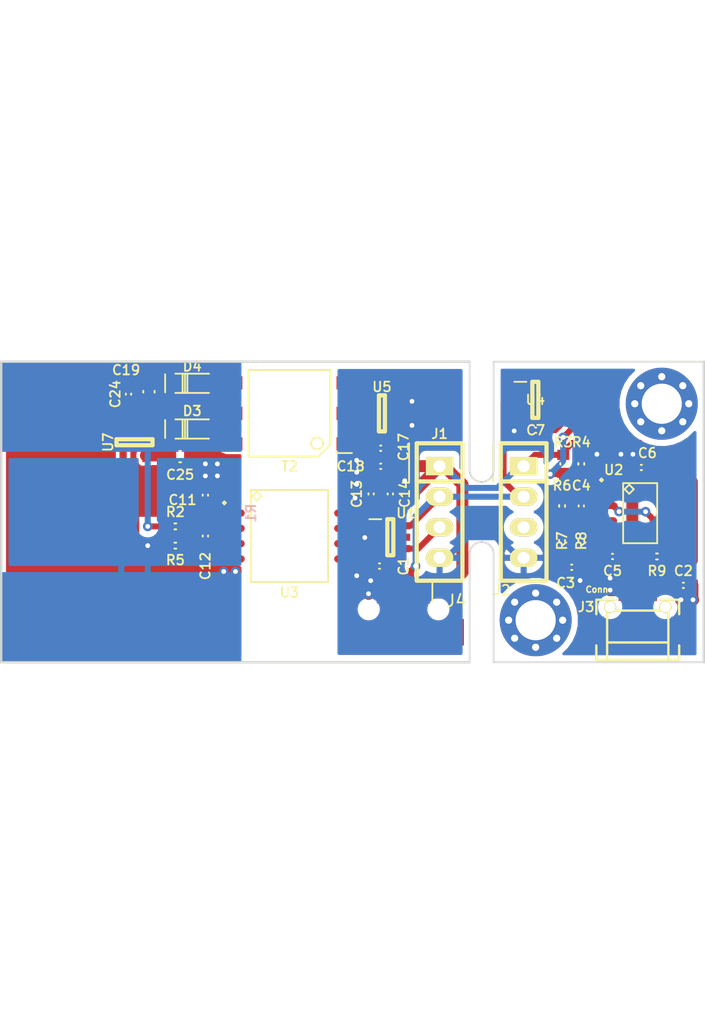
<source format=kicad_pcb>
(kicad_pcb (version 20170123) (host pcbnew no-vcs-found-0e41632~59~ubuntu16.04.1)

  (general
    (thickness 1.6)
    (drawings 12)
    (tracks 305)
    (zones 0)
    (modules 40)
    (nets 27)
  )

  (page A4)
  (layers
    (0 F.Cu signal)
    (31 B.Cu signal)
    (32 B.Adhes user)
    (33 F.Adhes user)
    (34 B.Paste user)
    (35 F.Paste user)
    (36 B.SilkS user)
    (37 F.SilkS user)
    (38 B.Mask user)
    (39 F.Mask user)
    (40 Dwgs.User user)
    (41 Cmts.User user)
    (42 Eco1.User user)
    (43 Eco2.User user)
    (44 Edge.Cuts user)
    (45 Margin user)
    (46 B.CrtYd user hide)
    (47 F.CrtYd user)
    (48 B.Fab user)
    (49 F.Fab user)
  )

  (setup
    (last_trace_width 1)
    (user_trace_width 0.5)
    (user_trace_width 1)
    (trace_clearance 0.2)
    (zone_clearance 0.508)
    (zone_45_only no)
    (trace_min 0.2)
    (segment_width 0.2)
    (edge_width 0.15)
    (via_size 0.8)
    (via_drill 0.4)
    (via_min_size 0.4)
    (via_min_drill 0.3)
    (uvia_size 0.3)
    (uvia_drill 0.1)
    (uvias_allowed no)
    (uvia_min_size 0.2)
    (uvia_min_drill 0.1)
    (pcb_text_width 0.3)
    (pcb_text_size 1.5 1.5)
    (mod_edge_width 0.15)
    (mod_text_size 0.8 0.8)
    (mod_text_width 0.15)
    (pad_size 1 1)
    (pad_drill 0.6)
    (pad_to_mask_clearance 0.2)
    (aux_axis_origin 0 0)
    (visible_elements FFFFFF7F)
    (pcbplotparams
      (layerselection 0x00030_ffffffff)
      (usegerberextensions false)
      (excludeedgelayer true)
      (linewidth 0.100000)
      (plotframeref false)
      (viasonmask false)
      (mode 1)
      (useauxorigin false)
      (hpglpennumber 1)
      (hpglpenspeed 20)
      (hpglpendiameter 15)
      (psnegative false)
      (psa4output false)
      (plotreference true)
      (plotvalue true)
      (plotinvisibletext false)
      (padsonsilk false)
      (subtractmaskfromsilk false)
      (outputformat 1)
      (mirror false)
      (drillshape 1)
      (scaleselection 1)
      (outputdirectory ""))
  )

  (net 0 "")
  (net 1 "Net-(T2-Pad3)")
  (net 2 "Net-(T2-Pad1)")
  (net 3 +5)
  (net 4 GND)
  (net 5 "/current sensor/VDD2")
  (net 6 "Net-(U7-Pad4)")
  (net 7 "Net-(C19-Pad1)")
  (net 8 "Net-(D4-Pad2)")
  (net 9 "Net-(D3-Pad2)")
  (net 10 "/analog filter/OUT")
  (net 11 /delta_sigma)
  (net 12 "Net-(J2-Pad3)")
  (net 13 "Net-(C4-Pad1)")
  (net 14 "Net-(C5-Pad1)")
  (net 15 "Net-(C12-Pad1)")
  (net 16 "/current sensor/VIN-")
  (net 17 "/current sensor/CLK")
  (net 18 "/current sensor/DATA")
  (net 19 "/current sensor/Vin+")
  (net 20 "Net-(C4-Pad2)")
  (net 21 "Net-(C3-Pad1)")
  (net 22 /clk)
  (net 23 "Net-(R3-Pad2)")
  (net 24 ISOGND)
  (net 25 "Net-(HOLE1-Pad1)")
  (net 26 "Net-(HOLE2-Pad1)")

  (net_class Default "This is the default net class."
    (clearance 0.2)
    (trace_width 0.25)
    (via_dia 0.8)
    (via_drill 0.4)
    (uvia_dia 0.3)
    (uvia_drill 0.1)
    (add_net +5)
    (add_net "/analog filter/OUT")
    (add_net /clk)
    (add_net "/current sensor/CLK")
    (add_net "/current sensor/DATA")
    (add_net "/current sensor/VDD2")
    (add_net "/current sensor/VIN-")
    (add_net "/current sensor/Vin+")
    (add_net /delta_sigma)
    (add_net GND)
    (add_net ISOGND)
    (add_net "Net-(C12-Pad1)")
    (add_net "Net-(C19-Pad1)")
    (add_net "Net-(C3-Pad1)")
    (add_net "Net-(C4-Pad1)")
    (add_net "Net-(C4-Pad2)")
    (add_net "Net-(C5-Pad1)")
    (add_net "Net-(D3-Pad2)")
    (add_net "Net-(D4-Pad2)")
    (add_net "Net-(HOLE1-Pad1)")
    (add_net "Net-(HOLE2-Pad1)")
    (add_net "Net-(J2-Pad3)")
    (add_net "Net-(R3-Pad2)")
    (add_net "Net-(T2-Pad1)")
    (add_net "Net-(T2-Pad3)")
    (add_net "Net-(U7-Pad4)")
  )

  (module mech:PTH-3MM-PLUS-SUPPORTED (layer F.Cu) (tedit 5992F81B) (tstamp 5995E162)
    (at 177.5 93.5)
    (path /59930DD5)
    (fp_text reference HOLE2 (at 0 -6.5) (layer F.SilkS) hide
      (effects (font (size 1 1) (thickness 0.15)))
    )
    (fp_text value MOUNTING_HOLE (at 0 -5) (layer F.Fab) hide
      (effects (font (size 1 1) (thickness 0.15)))
    )
    (pad 1 thru_hole circle (at 0 0) (size 6 6) (drill 3.34) (layers *.Cu *.Mask)
      (net 26 "Net-(HOLE2-Pad1)"))
    (pad 1 thru_hole circle (at 1.75 -1.5) (size 1 1) (drill 0.6) (layers *.Cu *.Mask)
      (net 26 "Net-(HOLE2-Pad1)"))
    (pad 1 thru_hole circle (at 1.75 1.5) (size 1 1) (drill 0.6) (layers *.Cu *.Mask)
      (net 26 "Net-(HOLE2-Pad1)"))
    (pad 1 thru_hole circle (at -1.75 1.5) (size 1 1) (drill 0.6) (layers *.Cu *.Mask)
      (net 26 "Net-(HOLE2-Pad1)"))
    (pad 1 thru_hole circle (at -1.75 -1.5) (size 1 1) (drill 0.6) (layers *.Cu *.Mask)
      (net 26 "Net-(HOLE2-Pad1)"))
    (pad 1 thru_hole circle (at -2.25 0) (size 1 1) (drill 0.6) (layers *.Cu *.Mask)
      (net 26 "Net-(HOLE2-Pad1)"))
    (pad 1 thru_hole circle (at 2.25 0) (size 1 1) (drill 0.6) (layers *.Cu *.Mask)
      (net 26 "Net-(HOLE2-Pad1)"))
    (pad 1 thru_hole circle (at 0 -2.25) (size 1 1) (drill 0.6) (layers *.Cu *.Mask)
      (net 26 "Net-(HOLE2-Pad1)"))
    (pad 1 thru_hole circle (at 0 2.25) (size 1 1) (drill 0.6) (layers *.Cu *.Mask)
      (net 26 "Net-(HOLE2-Pad1)"))
  )

  (module smd-semi:SOT-23-6 (layer F.Cu) (tedit 55D140D0) (tstamp 59930115)
    (at 177.475001 75.175001)
    (path /59903B4B/5992ECD2)
    (attr smd)
    (fp_text reference U4 (at 0 0) (layer F.SilkS)
      (effects (font (size 0.8 0.8) (thickness 0.15)))
    )
    (fp_text value Buffer (at 0 0) (layer F.Fab)
      (effects (font (size 0.8 0.8) (thickness 0.15)))
    )
    (fp_line (start -1.25 -1.5) (end -1.25 -0.5) (layer F.Fab) (width 0.15))
    (fp_line (start -0.9 -1.55) (end 0.9 -1.55) (layer F.Fab) (width 0.15))
    (fp_line (start 0.9 -1.55) (end 0.9 1.55) (layer F.Fab) (width 0.15))
    (fp_line (start 0.9 1.55) (end -0.9 1.55) (layer F.Fab) (width 0.15))
    (fp_line (start -0.9 1.55) (end -0.9 -1.55) (layer F.Fab) (width 0.15))
    (fp_line (start -0.75 -1.5) (end -1.75 -1.5) (layer F.SilkS) (width 0.15))
    (fp_line (start -0.25 -1.5) (end 0.25 -1.5) (layer F.SilkS) (width 0.35))
    (fp_line (start 0.25 -1.5) (end 0.25 1.5) (layer F.SilkS) (width 0.35))
    (fp_line (start 0.25 1.5) (end -0.25 1.5) (layer F.SilkS) (width 0.35))
    (fp_line (start -0.25 1.5) (end -0.25 -1.5) (layer F.SilkS) (width 0.35))
    (fp_line (start -2 -2) (end 2 -2) (layer F.CrtYd) (width 0.15))
    (fp_line (start 2 -2) (end 2 2) (layer F.CrtYd) (width 0.15))
    (fp_line (start 2 2) (end -2 2) (layer F.CrtYd) (width 0.15))
    (fp_line (start -2 2) (end -2 -2) (layer F.CrtYd) (width 0.15))
    (pad 1 smd rect (at -1.1 -0.95) (size 1.1 0.6) (layers F.Cu F.Paste F.Mask)
      (net 11 /delta_sigma))
    (pad 3 smd rect (at -1.1 0.95) (size 1.1 0.6) (layers F.Cu F.Paste F.Mask))
    (pad 2 smd rect (at -1.1 0) (size 1.1 0.6) (layers F.Cu F.Paste F.Mask)
      (net 4 GND))
    (pad 4 smd rect (at 1.1 0.95) (size 1.1 0.6) (layers F.Cu F.Paste F.Mask))
    (pad 6 smd rect (at 1.1 -0.95) (size 1.1 0.6) (layers F.Cu F.Paste F.Mask)
      (net 23 "Net-(R3-Pad2)"))
    (pad 5 smd rect (at 1.1 0) (size 1.1 0.6) (layers F.Cu F.Paste F.Mask)
      (net 3 +5))
    (model ${KIPRJMOD}/3Dlib/sot23_5_18x29_p095.step
      (at (xyz 0 0 0))
      (scale (xyz 1 1 1))
      (rotate (xyz 0 0 90))
    )
  )

  (module mech:PTH-3MM-PLUS-SUPPORTED (layer F.Cu) (tedit 5992F815) (tstamp 5995D2F0)
    (at 188 75.5)
    (path /599308D4)
    (fp_text reference HOLE1 (at 0 -6.5) (layer F.SilkS) hide
      (effects (font (size 1 1) (thickness 0.15)))
    )
    (fp_text value MOUNTING_HOLE (at 0 -5) (layer F.Fab) hide
      (effects (font (size 1 1) (thickness 0.15)))
    )
    (pad 1 thru_hole circle (at 0 0) (size 6 6) (drill 3.34) (layers *.Cu *.Mask)
      (net 25 "Net-(HOLE1-Pad1)"))
    (pad 1 thru_hole circle (at 1.75 -1.5) (size 1 1) (drill 0.6) (layers *.Cu *.Mask)
      (net 25 "Net-(HOLE1-Pad1)"))
    (pad 1 thru_hole circle (at 1.75 1.5) (size 1 1) (drill 0.6) (layers *.Cu *.Mask)
      (net 25 "Net-(HOLE1-Pad1)"))
    (pad 1 thru_hole circle (at -1.75 1.5) (size 1 1) (drill 0.6) (layers *.Cu *.Mask)
      (net 25 "Net-(HOLE1-Pad1)"))
    (pad 1 thru_hole circle (at -1.75 -1.5) (size 1 1) (drill 0.6) (layers *.Cu *.Mask)
      (net 25 "Net-(HOLE1-Pad1)"))
    (pad 1 thru_hole circle (at -2.25 0) (size 1 1) (drill 0.6) (layers *.Cu *.Mask)
      (net 25 "Net-(HOLE1-Pad1)"))
    (pad 1 thru_hole circle (at 2.25 0) (size 1 1) (drill 0.6) (layers *.Cu *.Mask)
      (net 25 "Net-(HOLE1-Pad1)"))
    (pad 1 thru_hole circle (at 0 -2.25) (size 1 1) (drill 0.6) (layers *.Cu *.Mask)
      (net 25 "Net-(HOLE1-Pad1)"))
    (pad 1 thru_hole circle (at 0 2.25) (size 1 1) (drill 0.6) (layers *.Cu *.Mask)
      (net 25 "Net-(HOLE1-Pad1)"))
  )

  (module IPC7351-Nominal:SOIC127P600X175-8 (layer F.Cu) (tedit 3DAC6B87) (tstamp 59930F9F)
    (at 186.2 84.6)
    (descr "SOIC,1.27mm pitch;8 pin,4.00mm W X 5.00mm L X 1.75mm H Body")
    (path /59903B4B/59903D87)
    (attr smd)
    (fp_text reference U2 (at -2.2 -3.6) (layer F.SilkS)
      (effects (font (size 0.8 0.8) (thickness 0.15)))
    )
    (fp_text value OPA376AID (at 0 0) (layer F.Fab)
      (effects (font (size 0.5 0.5) (thickness 0.1)))
    )
    (fp_line (start 1.417 -2.5) (end -1.417 -2.5) (layer F.SilkS) (width 0.15))
    (fp_line (start -1.417 -2.5) (end -1.417 2.5) (layer F.SilkS) (width 0.15))
    (fp_line (start -1.417 2.5) (end 1.417 2.5) (layer F.SilkS) (width 0.15))
    (fp_line (start 1.417 2.5) (end 1.417 -2.5) (layer F.SilkS) (width 0.15))
    (fp_line (start -3.348 -2.759) (end -3.221 -2.886) (layer F.SilkS) (width 0.15))
    (fp_line (start -3.221 -2.886) (end -3.094 -2.759) (layer F.SilkS) (width 0.15))
    (fp_line (start -3.094 -2.759) (end -3.221 -2.632) (layer F.SilkS) (width 0.15))
    (fp_line (start -3.221 -2.632) (end -3.348 -2.759) (layer F.SilkS) (width 0.15))
    (fp_line (start -1.29 -1.992) (end -0.909 -2.373) (layer F.SilkS) (width 0.15))
    (fp_line (start -0.909 -2.373) (end -0.528 -1.992) (layer F.SilkS) (width 0.15))
    (fp_line (start -0.528 -1.992) (end -0.909 -1.611) (layer F.SilkS) (width 0.15))
    (fp_line (start -0.909 -1.611) (end -1.29 -1.992) (layer F.SilkS) (width 0.15))
    (fp_line (start -3.725 -3.136) (end 3.725 -3.136) (layer F.CrtYd) (width 0.05))
    (fp_line (start 3.725 -3.136) (end 3.725 2.75) (layer F.CrtYd) (width 0.05))
    (fp_line (start 3.725 2.75) (end -3.725 2.75) (layer F.CrtYd) (width 0.05))
    (fp_line (start -3.725 2.75) (end -3.725 -3.136) (layer F.CrtYd) (width 0.05))
    (pad 1 smd oval (at -2.7 -1.905) (size 1.55 0.6) (layers F.Cu F.Paste F.Mask))
    (pad 2 smd oval (at -2.7 -0.635) (size 1.55 0.6) (layers F.Cu F.Paste F.Mask)
      (net 13 "Net-(C4-Pad1)"))
    (pad 3 smd oval (at -2.7 0.635) (size 1.55 0.6) (layers F.Cu F.Paste F.Mask)
      (net 14 "Net-(C5-Pad1)"))
    (pad 4 smd oval (at -2.7 1.905) (size 1.55 0.6) (layers F.Cu F.Paste F.Mask)
      (net 4 GND))
    (pad 5 smd oval (at 2.7 1.905) (size 1.55 0.6) (layers F.Cu F.Paste F.Mask))
    (pad 6 smd oval (at 2.7 0.635) (size 1.55 0.6) (layers F.Cu F.Paste F.Mask)
      (net 13 "Net-(C4-Pad1)"))
    (pad 7 smd oval (at 2.7 -0.635) (size 1.55 0.6) (layers F.Cu F.Paste F.Mask)
      (net 3 +5))
    (pad 8 smd oval (at 2.7 -1.905) (size 1.55 0.6) (layers F.Cu F.Paste F.Mask))
    (model ${KIPRJMOD}/3Dlib/soic_8_39x49_p127.step
      (at (xyz 0 0 0))
      (scale (xyz 1 1 1))
      (rotate (xyz 0 0 90))
    )
  )

  (module IPC7351-Nominal:CAPC1608X55 (layer F.Cu) (tedit F0F977BE) (tstamp 59930532)
    (at 177.5 77.7 180)
    (descr "Capacitor,non-polarized,Chip;1.60mm L X 0.80mm W X 0.55mm H")
    (path /59903B4B/5992F0EF)
    (attr smd)
    (fp_text reference C7 (at 0 0 180) (layer F.SilkS)
      (effects (font (size 0.8 0.8) (thickness 0.15)))
    )
    (fp_text value 100nF (at 0 0 180) (layer F.Fab)
      (effects (font (size 0.5 0.5) (thickness 0.1)))
    )
    (fp_line (start -0.046 0.221) (end 0.046 0.221) (layer F.SilkS) (width 0.15))
    (fp_line (start 0.046 0.221) (end -0.046 0.221) (layer F.SilkS) (width 0.15))
    (fp_line (start -0.046 -0.221) (end 0.046 -0.221) (layer F.SilkS) (width 0.15))
    (fp_line (start 0.046 -0.221) (end -0.046 -0.221) (layer F.SilkS) (width 0.15))
    (fp_line (start -1.45 -0.725) (end 1.45 -0.725) (layer F.CrtYd) (width 0.05))
    (fp_line (start 1.45 -0.725) (end 1.45 0.725) (layer F.CrtYd) (width 0.05))
    (fp_line (start 1.45 0.725) (end -1.45 0.725) (layer F.CrtYd) (width 0.05))
    (fp_line (start -1.45 0.725) (end -1.45 -0.725) (layer F.CrtYd) (width 0.05))
    (pad 1 smd rect (at -0.75 0 180) (size 0.9 0.95) (layers F.Cu F.Paste F.Mask)
      (net 3 +5))
    (pad 2 smd rect (at 0.75 0 180) (size 0.9 0.95) (layers F.Cu F.Paste F.Mask)
      (net 4 GND))
    (model ${KIPRJMOD}/3Dlib/c_0603_h078.step
      (at (xyz 0 0 0))
      (scale (xyz 1 1 1))
      (rotate (xyz 0 0 0))
    )
  )

  (module "paltatech:DF13-4P-1.25H(50)" (layer F.Cu) (tedit 5991092C) (tstamp 599301C2)
    (at 166.5 94.5 180)
    (path /59900007)
    (fp_text reference J4 (at -4.4 2.6) (layer F.SilkS)
      (effects (font (size 1 1) (thickness 0.15)))
    )
    (fp_text value "DS conn" (at 0 -0.5 180) (layer F.SilkS) hide
      (effects (font (size 1 1) (thickness 0.15)))
    )
    (fp_line (start -4 -2.5) (end 4 -2.5) (layer F.SilkS) (width 0.15))
    (fp_line (start -2.4 2.5) (end -2.4 4.1) (layer F.SilkS) (width 0.15))
    (fp_text user %R (at 0 0 180) (layer F.Fab)
      (effects (font (size 1 1) (thickness 0.15)))
    )
    (pad "" smd rect (at -4.225 0 180) (size 1.6 2.2) (layers F.Cu F.Paste F.Mask))
    (pad "" smd rect (at 4.225 0 180) (size 1.6 2.2) (layers F.Cu F.Paste F.Mask))
    (pad 1 smd rect (at -1.875 3.3 180) (size 0.7 1.8) (layers F.Cu F.Paste F.Mask)
      (net 3 +5))
    (pad 2 smd rect (at -0.625 3.3 180) (size 0.7 1.8) (layers F.Cu F.Paste F.Mask)
      (net 11 /delta_sigma))
    (pad 3 smd rect (at 0.625 3.3 180) (size 0.7 1.8) (layers F.Cu F.Paste F.Mask)
      (net 22 /clk))
    (pad 4 smd rect (at 1.875 3.3 180) (size 0.7 1.8) (layers F.Cu F.Paste F.Mask)
      (net 4 GND))
    (pad "" np_thru_hole circle (at -2.9 1.91 180) (size 0.82 0.82) (drill 0.82) (layers *.Cu *.Mask))
    (pad "" np_thru_hole circle (at 2.9 1.91 180) (size 0.82 0.82) (drill 0.82) (layers *.Cu *.Mask))
    (model ${KIPRJMOD}/3Dlib/DF13-4P-1.25H.stp
      (at (xyz 0 0 0))
      (scale (xyz 1 1 1))
      (rotate (xyz 0 0 180))
    )
  )

  (module paltatech:DF13-3P-1.25H_50 (layer F.Cu) (tedit 4F88FFE3) (tstamp 59908912)
    (at 186 91 180)
    (path /59906414)
    (fp_text reference J3 (at 4.3 -1.4 180) (layer F.SilkS)
      (effects (font (size 0.8 0.8) (thickness 0.15)))
    )
    (fp_text value Conn (at 3.40106 0.0508 180) (layer F.SilkS)
      (effects (font (size 0.50038 0.50038) (thickness 0.12446)))
    )
    (fp_line (start -2.55016 -1.69926) (end 2.55016 -1.69926) (layer F.SilkS) (width 0.20066))
    (fp_line (start -2.49936 -4.35102) (end 2.55016 -4.35102) (layer F.SilkS) (width 0.20066))
    (fp_line (start -2.55016 -0.8001) (end -2.55016 -5.79882) (layer F.SilkS) (width 0.20066))
    (fp_line (start 2.55016 -5.79882) (end 2.55016 -0.8001) (layer F.SilkS) (width 0.20066))
    (fp_line (start 3.44932 -0.8001) (end 1.84912 -0.8001) (layer F.SilkS) (width 0.20066))
    (fp_line (start -3.44932 -0.8001) (end -1.84912 -0.8001) (layer F.SilkS) (width 0.20066))
    (fp_line (start -3.44932 -5.79882) (end -3.44932 -4.59994) (layer F.SilkS) (width 0.20066))
    (fp_line (start -3.44932 -0.8001) (end -3.44932 -1.99898) (layer F.SilkS) (width 0.20066))
    (fp_line (start 3.44932 -5.79882) (end 3.44932 -4.59994) (layer F.SilkS) (width 0.20066))
    (fp_line (start 3.44932 -0.8001) (end 3.44932 -1.99898) (layer F.SilkS) (width 0.20066))
    (fp_line (start -3.44932 -5.79882) (end 3.44932 -5.79882) (layer F.SilkS) (width 0.20066))
    (pad 1 smd rect (at -1.24968 0 180) (size 0.70104 1.80086) (layers F.Cu F.Paste F.Mask)
      (net 3 +5))
    (pad 2 smd rect (at 0 0 180) (size 0.70104 1.80086) (layers F.Cu F.Paste F.Mask)
      (net 10 "/analog filter/OUT"))
    (pad 3 smd rect (at 1.24968 0 180) (size 0.70104 1.80086) (layers F.Cu F.Paste F.Mask)
      (net 4 GND))
    (pad "" smd rect (at -3.59918 -3.29946 180) (size 1.6002 2.19964) (layers F.Cu F.Paste F.Mask))
    (pad "" smd rect (at 3.59918 -3.29946 180) (size 1.6002 2.19964) (layers F.Cu F.Paste F.Mask))
    (pad "" thru_hole circle (at 2.30124 -1.39954 180) (size 1.00076 1.00076) (drill 0.8509) (layers *.Cu *.Mask F.SilkS))
    (pad "" thru_hole circle (at -2.30124 -1.39954 180) (size 1.00076 1.00076) (drill 0.8509) (layers *.Cu *.Mask F.SilkS))
    (model 3Dlib/DF13-3P-1.25H.wrl
      (at (xyz 0 -0.02 0.056))
      (scale (xyz 0.393701 0.393701 0.393701))
      (rotate (xyz 90 90 270))
    )
  )

  (module paltatech:BAS-M-R0002 (layer B.Cu) (tedit 599067E1) (tstamp 59907275)
    (at 143 84.5 270)
    (path /598FEF4C)
    (fp_text reference R1 (at 0.1 -10.8 270) (layer B.SilkS)
      (effects (font (size 0.8 0.8) (thickness 0.15)) (justify mirror))
    )
    (fp_text value 0.035uOhm (at 0 0.5 270) (layer B.SilkS) hide
      (effects (font (size 1 1) (thickness 0.15)) (justify mirror))
    )
    (fp_line (start -42.5 10) (end 42.5 10) (layer B.CrtYd) (width 0.15))
    (fp_line (start 42.5 10) (end 42.5 -10) (layer B.CrtYd) (width 0.15))
    (fp_line (start 42.5 -10) (end -42.5 -10) (layer B.CrtYd) (width 0.15))
    (fp_line (start -42.5 -10) (end -42.5 10) (layer B.CrtYd) (width 0.15))
    (fp_text user %R (at 0 0 270) (layer B.Fab)
      (effects (font (size 1 1) (thickness 0.15)) (justify mirror))
    )
    (pad 1 smd rect (at -8.75 0 270) (size 7.5 20) (layers B.Cu B.Mask)
      (net 19 "/current sensor/Vin+"))
    (pad 2 smd rect (at 8.75 0 270) (size 7.5 20) (layers B.Cu B.Mask)
      (net 24 ISOGND))
    (model ${KIPRJMOD}/3Dlib/BAS-M-R0002.step
      (at (xyz 0 0 0.1181102362204725))
      (scale (xyz 1 1 1))
      (rotate (xyz 0 180 0))
    )
  )

  (module smd-semi:SOT-23-6 (layer F.Cu) (tedit 55D140D0) (tstamp 59936069)
    (at 165.4 86.6)
    (path /59901584)
    (attr smd)
    (fp_text reference U1 (at 1.3 -2) (layer F.SilkS)
      (effects (font (size 0.8 0.8) (thickness 0.15)))
    )
    (fp_text value Buffer (at 0 0) (layer F.Fab)
      (effects (font (size 0.8 0.8) (thickness 0.15)))
    )
    (fp_line (start -1.25 -1.5) (end -1.25 -0.5) (layer F.Fab) (width 0.15))
    (fp_line (start -0.9 -1.55) (end 0.9 -1.55) (layer F.Fab) (width 0.15))
    (fp_line (start 0.9 -1.55) (end 0.9 1.55) (layer F.Fab) (width 0.15))
    (fp_line (start 0.9 1.55) (end -0.9 1.55) (layer F.Fab) (width 0.15))
    (fp_line (start -0.9 1.55) (end -0.9 -1.55) (layer F.Fab) (width 0.15))
    (fp_line (start -0.75 -1.5) (end -1.75 -1.5) (layer F.SilkS) (width 0.15))
    (fp_line (start -0.25 -1.5) (end 0.25 -1.5) (layer F.SilkS) (width 0.35))
    (fp_line (start 0.25 -1.5) (end 0.25 1.5) (layer F.SilkS) (width 0.35))
    (fp_line (start 0.25 1.5) (end -0.25 1.5) (layer F.SilkS) (width 0.35))
    (fp_line (start -0.25 1.5) (end -0.25 -1.5) (layer F.SilkS) (width 0.35))
    (fp_line (start -2 -2) (end 2 -2) (layer F.CrtYd) (width 0.15))
    (fp_line (start 2 -2) (end 2 2) (layer F.CrtYd) (width 0.15))
    (fp_line (start 2 2) (end -2 2) (layer F.CrtYd) (width 0.15))
    (fp_line (start -2 2) (end -2 -2) (layer F.CrtYd) (width 0.15))
    (pad 1 smd rect (at -1.1 -0.95) (size 1.1 0.6) (layers F.Cu F.Paste F.Mask)
      (net 18 "/current sensor/DATA"))
    (pad 3 smd rect (at -1.1 0.95) (size 1.1 0.6) (layers F.Cu F.Paste F.Mask)
      (net 17 "/current sensor/CLK"))
    (pad 2 smd rect (at -1.1 0) (size 1.1 0.6) (layers F.Cu F.Paste F.Mask)
      (net 4 GND))
    (pad 4 smd rect (at 1.1 0.95) (size 1.1 0.6) (layers F.Cu F.Paste F.Mask)
      (net 22 /clk))
    (pad 6 smd rect (at 1.1 -0.95) (size 1.1 0.6) (layers F.Cu F.Paste F.Mask)
      (net 11 /delta_sigma))
    (pad 5 smd rect (at 1.1 0) (size 1.1 0.6) (layers F.Cu F.Paste F.Mask)
      (net 3 +5))
    (model ${KIPRJMOD}/3Dlib/sot23_5_18x29_p095.step
      (at (xyz 0 0 0))
      (scale (xyz 1 1 1))
      (rotate (xyz 0 0 90))
    )
  )

  (module manuf:WURTH-760390014 (layer F.Cu) (tedit 589CE734) (tstamp 599348F5)
    (at 157 76.3 180)
    (path /598FD5E6/589DB385)
    (fp_text reference T2 (at 0 -4.4 180) (layer F.SilkS)
      (effects (font (size 0.8 0.8) (thickness 0.15)))
    )
    (fp_text value TRANS-2CT (at 0 -0.5 180) (layer F.SilkS) hide
      (effects (font (size 1 1) (thickness 0.15)))
    )
    (fp_line (start -2.4 -3.6) (end 3.4 -3.6) (layer F.SilkS) (width 0.15))
    (fp_line (start 3.4 -3.6) (end 3.4 3.6) (layer F.SilkS) (width 0.15))
    (fp_line (start 3.4 3.6) (end -3.4 3.6) (layer F.SilkS) (width 0.15))
    (fp_line (start -3.4 3.6) (end -3.4 -2.6) (layer F.SilkS) (width 0.15))
    (fp_line (start -3.4 -2.6) (end -2.4 -3.6) (layer F.SilkS) (width 0.15))
    (fp_line (start -5.2 -3.3) (end -3.9 -3.3) (layer F.SilkS) (width 0.15))
    (fp_line (start -3.9 -3.3) (end -3.9 -3.3) (layer F.SilkS) (width 0.15))
    (fp_circle (center -2.3 -2.5) (end -1.9 -2.2) (layer F.SilkS) (width 0.15))
    (fp_text user %R (at 0 0 180) (layer F.Fab)
      (effects (font (size 1 1) (thickness 0.15)))
    )
    (pad 1 smd rect (at -4.57 -2.54 180) (size 1.3 1.1) (layers F.Cu F.Paste F.Mask)
      (net 2 "Net-(T2-Pad1)"))
    (pad 2 smd rect (at -4.57 0 180) (size 1.3 1.1) (layers F.Cu F.Paste F.Mask)
      (net 3 +5))
    (pad 3 smd rect (at -4.57 2.54 180) (size 1.3 1.1) (layers F.Cu F.Paste F.Mask)
      (net 1 "Net-(T2-Pad3)"))
    (pad 4 smd rect (at 4.57 2.54 180) (size 1.3 1.1) (layers F.Cu F.Paste F.Mask)
      (net 8 "Net-(D4-Pad2)"))
    (pad 5 smd rect (at 4.57 0 180) (size 1.3 1.1) (layers F.Cu F.Paste F.Mask)
      (net 24 ISOGND))
    (pad 6 smd rect (at 4.57 -2.54 180) (size 1.3 1.1) (layers F.Cu F.Paste F.Mask)
      (net 9 "Net-(D3-Pad2)"))
    (model ${KIPRJMOD}/3Dlib/250-1109-rev1.step
      (at (xyz 0 0 0))
      (scale (xyz 1 1 1))
      (rotate (xyz 0 0 0))
    )
  )

  (module IPC7351-Nominal:CAPC1608X55 (layer F.Cu) (tedit F0F977BE) (tstamp 5993110B)
    (at 189.8 90.6)
    (descr "Capacitor,non-polarized,Chip;1.60mm L X 0.80mm W X 0.55mm H")
    (path /59905D6C)
    (attr smd)
    (fp_text reference C2 (at 0 -1.2) (layer F.SilkS)
      (effects (font (size 0.8 0.8) (thickness 0.15)))
    )
    (fp_text value 10uF (at 0 0) (layer F.Fab)
      (effects (font (size 0.5 0.5) (thickness 0.1)))
    )
    (fp_line (start -0.046 0.221) (end 0.046 0.221) (layer F.SilkS) (width 0.15))
    (fp_line (start 0.046 0.221) (end -0.046 0.221) (layer F.SilkS) (width 0.15))
    (fp_line (start -0.046 -0.221) (end 0.046 -0.221) (layer F.SilkS) (width 0.15))
    (fp_line (start 0.046 -0.221) (end -0.046 -0.221) (layer F.SilkS) (width 0.15))
    (fp_line (start -1.45 -0.725) (end 1.45 -0.725) (layer F.CrtYd) (width 0.05))
    (fp_line (start 1.45 -0.725) (end 1.45 0.725) (layer F.CrtYd) (width 0.05))
    (fp_line (start 1.45 0.725) (end -1.45 0.725) (layer F.CrtYd) (width 0.05))
    (fp_line (start -1.45 0.725) (end -1.45 -0.725) (layer F.CrtYd) (width 0.05))
    (pad 1 smd rect (at -0.75 0) (size 0.9 0.95) (layers F.Cu F.Paste F.Mask)
      (net 3 +5))
    (pad 2 smd rect (at 0.75 0) (size 0.9 0.95) (layers F.Cu F.Paste F.Mask)
      (net 4 GND))
    (model ${KIPRJMOD}/3Dlib/c_0603_h078.step
      (at (xyz 0 0 0))
      (scale (xyz 1 1 1))
      (rotate (xyz 0 0 0))
    )
  )

  (module IPC7351-Nominal:CAPC1608X55 (layer F.Cu) (tedit F0F977BE) (tstamp 599310FD)
    (at 181.3 84 270)
    (descr "Capacitor,non-polarized,Chip;1.60mm L X 0.80mm W X 0.55mm H")
    (path /59903B4B/599042F0)
    (attr smd)
    (fp_text reference C4 (at -1.7 0) (layer F.SilkS)
      (effects (font (size 0.8 0.8) (thickness 0.15)))
    )
    (fp_text value 330pF (at 0 0 270) (layer F.Fab)
      (effects (font (size 0.5 0.5) (thickness 0.1)))
    )
    (fp_line (start -1.45 0.725) (end -1.45 -0.725) (layer F.CrtYd) (width 0.05))
    (fp_line (start 1.45 0.725) (end -1.45 0.725) (layer F.CrtYd) (width 0.05))
    (fp_line (start 1.45 -0.725) (end 1.45 0.725) (layer F.CrtYd) (width 0.05))
    (fp_line (start -1.45 -0.725) (end 1.45 -0.725) (layer F.CrtYd) (width 0.05))
    (fp_line (start 0.046 -0.221) (end -0.046 -0.221) (layer F.SilkS) (width 0.15))
    (fp_line (start -0.046 -0.221) (end 0.046 -0.221) (layer F.SilkS) (width 0.15))
    (fp_line (start 0.046 0.221) (end -0.046 0.221) (layer F.SilkS) (width 0.15))
    (fp_line (start -0.046 0.221) (end 0.046 0.221) (layer F.SilkS) (width 0.15))
    (pad 2 smd rect (at 0.75 0 270) (size 0.9 0.95) (layers F.Cu F.Paste F.Mask)
      (net 20 "Net-(C4-Pad2)"))
    (pad 1 smd rect (at -0.75 0 270) (size 0.9 0.95) (layers F.Cu F.Paste F.Mask)
      (net 13 "Net-(C4-Pad1)"))
    (model ${KIPRJMOD}/3Dlib/c_0603_h078.step
      (at (xyz 0 0 0))
      (scale (xyz 1 1 1))
      (rotate (xyz 0 0 0))
    )
  )

  (module IPC7351-Nominal:CAPC1608X55 (layer F.Cu) (tedit F0F977BE) (tstamp 599310EF)
    (at 180.5 89.1)
    (descr "Capacitor,non-polarized,Chip;1.60mm L X 0.80mm W X 0.55mm H")
    (path /59903B4B/59904180)
    (attr smd)
    (fp_text reference C3 (at -0.5 1.3) (layer F.SilkS)
      (effects (font (size 0.8 0.8) (thickness 0.15)))
    )
    (fp_text value 470pF (at 0 0) (layer F.Fab)
      (effects (font (size 0.5 0.5) (thickness 0.1)))
    )
    (fp_line (start -0.046 0.221) (end 0.046 0.221) (layer F.SilkS) (width 0.15))
    (fp_line (start 0.046 0.221) (end -0.046 0.221) (layer F.SilkS) (width 0.15))
    (fp_line (start -0.046 -0.221) (end 0.046 -0.221) (layer F.SilkS) (width 0.15))
    (fp_line (start 0.046 -0.221) (end -0.046 -0.221) (layer F.SilkS) (width 0.15))
    (fp_line (start -1.45 -0.725) (end 1.45 -0.725) (layer F.CrtYd) (width 0.05))
    (fp_line (start 1.45 -0.725) (end 1.45 0.725) (layer F.CrtYd) (width 0.05))
    (fp_line (start 1.45 0.725) (end -1.45 0.725) (layer F.CrtYd) (width 0.05))
    (fp_line (start -1.45 0.725) (end -1.45 -0.725) (layer F.CrtYd) (width 0.05))
    (pad 1 smd rect (at -0.75 0) (size 0.9 0.95) (layers F.Cu F.Paste F.Mask)
      (net 21 "Net-(C3-Pad1)"))
    (pad 2 smd rect (at 0.75 0) (size 0.9 0.95) (layers F.Cu F.Paste F.Mask)
      (net 4 GND))
    (model ${KIPRJMOD}/3Dlib/c_0603_h078.step
      (at (xyz 0 0 0))
      (scale (xyz 1 1 1))
      (rotate (xyz 0 0 0))
    )
  )

  (module IPC7351-Nominal:CAPC1608X55 (layer F.Cu) (tedit F0F977BE) (tstamp 599310E1)
    (at 163.8 83 90)
    (descr "Capacitor,non-polarized,Chip;1.60mm L X 0.80mm W X 0.55mm H")
    (path /598FD705/585B1E88)
    (attr smd)
    (fp_text reference C13 (at 0 -1.2 90) (layer F.SilkS)
      (effects (font (size 0.8 0.8) (thickness 0.15)))
    )
    (fp_text value 100nF (at 0 0 90) (layer F.Fab)
      (effects (font (size 0.5 0.5) (thickness 0.1)))
    )
    (fp_line (start -1.45 0.725) (end -1.45 -0.725) (layer F.CrtYd) (width 0.05))
    (fp_line (start 1.45 0.725) (end -1.45 0.725) (layer F.CrtYd) (width 0.05))
    (fp_line (start 1.45 -0.725) (end 1.45 0.725) (layer F.CrtYd) (width 0.05))
    (fp_line (start -1.45 -0.725) (end 1.45 -0.725) (layer F.CrtYd) (width 0.05))
    (fp_line (start 0.046 -0.221) (end -0.046 -0.221) (layer F.SilkS) (width 0.15))
    (fp_line (start -0.046 -0.221) (end 0.046 -0.221) (layer F.SilkS) (width 0.15))
    (fp_line (start 0.046 0.221) (end -0.046 0.221) (layer F.SilkS) (width 0.15))
    (fp_line (start -0.046 0.221) (end 0.046 0.221) (layer F.SilkS) (width 0.15))
    (pad 2 smd rect (at 0.75 0 90) (size 0.9 0.95) (layers F.Cu F.Paste F.Mask)
      (net 4 GND))
    (pad 1 smd rect (at -0.75 0 90) (size 0.9 0.95) (layers F.Cu F.Paste F.Mask)
      (net 3 +5))
    (model ${KIPRJMOD}/3Dlib/c_0603_h078.step
      (at (xyz 0 0 0))
      (scale (xyz 1 1 1))
      (rotate (xyz 0 0 0))
    )
  )

  (module IPC7351-Nominal:CAPC1608X55 (layer F.Cu) (tedit F0F977BE) (tstamp 599310D3)
    (at 186.3 80.8 180)
    (descr "Capacitor,non-polarized,Chip;1.60mm L X 0.80mm W X 0.55mm H")
    (path /59903B4B/5992F1DC)
    (attr smd)
    (fp_text reference C6 (at -0.5 1.2 180) (layer F.SilkS)
      (effects (font (size 0.8 0.8) (thickness 0.15)))
    )
    (fp_text value 100nF (at 0 0 180) (layer F.Fab)
      (effects (font (size 0.5 0.5) (thickness 0.1)))
    )
    (fp_line (start -0.046 0.221) (end 0.046 0.221) (layer F.SilkS) (width 0.15))
    (fp_line (start 0.046 0.221) (end -0.046 0.221) (layer F.SilkS) (width 0.15))
    (fp_line (start -0.046 -0.221) (end 0.046 -0.221) (layer F.SilkS) (width 0.15))
    (fp_line (start 0.046 -0.221) (end -0.046 -0.221) (layer F.SilkS) (width 0.15))
    (fp_line (start -1.45 -0.725) (end 1.45 -0.725) (layer F.CrtYd) (width 0.05))
    (fp_line (start 1.45 -0.725) (end 1.45 0.725) (layer F.CrtYd) (width 0.05))
    (fp_line (start 1.45 0.725) (end -1.45 0.725) (layer F.CrtYd) (width 0.05))
    (fp_line (start -1.45 0.725) (end -1.45 -0.725) (layer F.CrtYd) (width 0.05))
    (pad 1 smd rect (at -0.75 0 180) (size 0.9 0.95) (layers F.Cu F.Paste F.Mask)
      (net 3 +5))
    (pad 2 smd rect (at 0.75 0 180) (size 0.9 0.95) (layers F.Cu F.Paste F.Mask)
      (net 4 GND))
    (model ${KIPRJMOD}/3Dlib/c_0603_h078.step
      (at (xyz 0 0 0))
      (scale (xyz 1 1 1))
      (rotate (xyz 0 0 0))
    )
  )

  (module IPC7351-Nominal:CAPC1608X55 (layer F.Cu) (tedit F0F977BE) (tstamp 599310C5)
    (at 164.5 89 180)
    (descr "Capacitor,non-polarized,Chip;1.60mm L X 0.80mm W X 0.55mm H")
    (path /5991FF80)
    (attr smd)
    (fp_text reference C1 (at -2 0 270) (layer F.SilkS)
      (effects (font (size 0.8 0.8) (thickness 0.15)))
    )
    (fp_text value 100nF (at 0 0 180) (layer F.Fab)
      (effects (font (size 0.5 0.5) (thickness 0.1)))
    )
    (fp_line (start -1.45 0.725) (end -1.45 -0.725) (layer F.CrtYd) (width 0.05))
    (fp_line (start 1.45 0.725) (end -1.45 0.725) (layer F.CrtYd) (width 0.05))
    (fp_line (start 1.45 -0.725) (end 1.45 0.725) (layer F.CrtYd) (width 0.05))
    (fp_line (start -1.45 -0.725) (end 1.45 -0.725) (layer F.CrtYd) (width 0.05))
    (fp_line (start 0.046 -0.221) (end -0.046 -0.221) (layer F.SilkS) (width 0.15))
    (fp_line (start -0.046 -0.221) (end 0.046 -0.221) (layer F.SilkS) (width 0.15))
    (fp_line (start 0.046 0.221) (end -0.046 0.221) (layer F.SilkS) (width 0.15))
    (fp_line (start -0.046 0.221) (end 0.046 0.221) (layer F.SilkS) (width 0.15))
    (pad 2 smd rect (at 0.75 0 180) (size 0.9 0.95) (layers F.Cu F.Paste F.Mask)
      (net 4 GND))
    (pad 1 smd rect (at -0.75 0 180) (size 0.9 0.95) (layers F.Cu F.Paste F.Mask)
      (net 3 +5))
    (model ${KIPRJMOD}/3Dlib/c_0603_h078.step
      (at (xyz 0 0 0))
      (scale (xyz 1 1 1))
      (rotate (xyz 0 0 0))
    )
  )

  (module IPC7351-Nominal:CAPC1608X55 (layer F.Cu) (tedit F0F977BE) (tstamp 599310B7)
    (at 150 83.1 90)
    (descr "Capacitor,non-polarized,Chip;1.60mm L X 0.80mm W X 0.55mm H")
    (path /598FD705/5991F9FE)
    (attr smd)
    (fp_text reference C11 (at -0.4 -1.9 -180) (layer F.SilkS)
      (effects (font (size 0.8 0.8) (thickness 0.15)))
    )
    (fp_text value 100nF (at 0 0 90) (layer F.Fab)
      (effects (font (size 0.5 0.5) (thickness 0.1)))
    )
    (fp_line (start -0.046 0.221) (end 0.046 0.221) (layer F.SilkS) (width 0.15))
    (fp_line (start 0.046 0.221) (end -0.046 0.221) (layer F.SilkS) (width 0.15))
    (fp_line (start -0.046 -0.221) (end 0.046 -0.221) (layer F.SilkS) (width 0.15))
    (fp_line (start 0.046 -0.221) (end -0.046 -0.221) (layer F.SilkS) (width 0.15))
    (fp_line (start -1.45 -0.725) (end 1.45 -0.725) (layer F.CrtYd) (width 0.05))
    (fp_line (start 1.45 -0.725) (end 1.45 0.725) (layer F.CrtYd) (width 0.05))
    (fp_line (start 1.45 0.725) (end -1.45 0.725) (layer F.CrtYd) (width 0.05))
    (fp_line (start -1.45 0.725) (end -1.45 -0.725) (layer F.CrtYd) (width 0.05))
    (pad 1 smd rect (at -0.75 0 90) (size 0.9 0.95) (layers F.Cu F.Paste F.Mask)
      (net 5 "/current sensor/VDD2"))
    (pad 2 smd rect (at 0.75 0 90) (size 0.9 0.95) (layers F.Cu F.Paste F.Mask)
      (net 24 ISOGND))
    (model ${KIPRJMOD}/3Dlib/c_0603_h078.step
      (at (xyz 0 0 0))
      (scale (xyz 1 1 1))
      (rotate (xyz 0 0 0))
    )
  )

  (module IPC7351-Nominal:CAPC1608X55 (layer F.Cu) (tedit F0F977BE) (tstamp 599310A9)
    (at 150 86.5 270)
    (descr "Capacitor,non-polarized,Chip;1.60mm L X 0.80mm W X 0.55mm H")
    (path /598FD705/585AF5E7)
    (attr smd)
    (fp_text reference C12 (at 2.5 0 270) (layer F.SilkS)
      (effects (font (size 0.8 0.8) (thickness 0.15)))
    )
    (fp_text value 330pF (at 0 0 270) (layer F.Fab)
      (effects (font (size 0.5 0.5) (thickness 0.1)))
    )
    (fp_line (start -1.45 0.725) (end -1.45 -0.725) (layer F.CrtYd) (width 0.05))
    (fp_line (start 1.45 0.725) (end -1.45 0.725) (layer F.CrtYd) (width 0.05))
    (fp_line (start 1.45 -0.725) (end 1.45 0.725) (layer F.CrtYd) (width 0.05))
    (fp_line (start -1.45 -0.725) (end 1.45 -0.725) (layer F.CrtYd) (width 0.05))
    (fp_line (start 0.046 -0.221) (end -0.046 -0.221) (layer F.SilkS) (width 0.15))
    (fp_line (start -0.046 -0.221) (end 0.046 -0.221) (layer F.SilkS) (width 0.15))
    (fp_line (start 0.046 0.221) (end -0.046 0.221) (layer F.SilkS) (width 0.15))
    (fp_line (start -0.046 0.221) (end 0.046 0.221) (layer F.SilkS) (width 0.15))
    (pad 2 smd rect (at 0.75 0 270) (size 0.9 0.95) (layers F.Cu F.Paste F.Mask)
      (net 16 "/current sensor/VIN-"))
    (pad 1 smd rect (at -0.75 0 270) (size 0.9 0.95) (layers F.Cu F.Paste F.Mask)
      (net 15 "Net-(C12-Pad1)"))
    (model ${KIPRJMOD}/3Dlib/c_0603_h078.step
      (at (xyz 0 0 0))
      (scale (xyz 1 1 1))
      (rotate (xyz 0 0 0))
    )
  )

  (module IPC7351-Nominal:CAPC1608X55 (layer F.Cu) (tedit F0F977BE) (tstamp 5993109B)
    (at 143.6 74.7 90)
    (descr "Capacitor,non-polarized,Chip;1.60mm L X 0.80mm W X 0.55mm H")
    (path /598FD5E6/589DB35A)
    (attr smd)
    (fp_text reference C24 (at 0 -1.1 90) (layer F.SilkS)
      (effects (font (size 0.8 0.8) (thickness 0.15)))
    )
    (fp_text value 100nF (at 0 0 90) (layer F.Fab)
      (effects (font (size 0.5 0.5) (thickness 0.1)))
    )
    (fp_line (start -0.046 0.221) (end 0.046 0.221) (layer F.SilkS) (width 0.15))
    (fp_line (start 0.046 0.221) (end -0.046 0.221) (layer F.SilkS) (width 0.15))
    (fp_line (start -0.046 -0.221) (end 0.046 -0.221) (layer F.SilkS) (width 0.15))
    (fp_line (start 0.046 -0.221) (end -0.046 -0.221) (layer F.SilkS) (width 0.15))
    (fp_line (start -1.45 -0.725) (end 1.45 -0.725) (layer F.CrtYd) (width 0.05))
    (fp_line (start 1.45 -0.725) (end 1.45 0.725) (layer F.CrtYd) (width 0.05))
    (fp_line (start 1.45 0.725) (end -1.45 0.725) (layer F.CrtYd) (width 0.05))
    (fp_line (start -1.45 0.725) (end -1.45 -0.725) (layer F.CrtYd) (width 0.05))
    (pad 1 smd rect (at -0.75 0 90) (size 0.9 0.95) (layers F.Cu F.Paste F.Mask)
      (net 7 "Net-(C19-Pad1)"))
    (pad 2 smd rect (at 0.75 0 90) (size 0.9 0.95) (layers F.Cu F.Paste F.Mask)
      (net 24 ISOGND))
    (model ${KIPRJMOD}/3Dlib/c_0603_h078.step
      (at (xyz 0 0 0))
      (scale (xyz 1 1 1))
      (rotate (xyz 0 0 0))
    )
  )

  (module IPC7351-Nominal:CAPC1608X55 (layer F.Cu) (tedit F0F977BE) (tstamp 5993108D)
    (at 164.6 80.7 180)
    (descr "Capacitor,non-polarized,Chip;1.60mm L X 0.80mm W X 0.55mm H")
    (path /598FD5E6/589DB32B)
    (attr smd)
    (fp_text reference C18 (at 2.5 0) (layer F.SilkS)
      (effects (font (size 0.8 0.8) (thickness 0.15)))
    )
    (fp_text value 100nF (at 0 0 180) (layer F.Fab)
      (effects (font (size 0.5 0.5) (thickness 0.1)))
    )
    (fp_line (start -1.45 0.725) (end -1.45 -0.725) (layer F.CrtYd) (width 0.05))
    (fp_line (start 1.45 0.725) (end -1.45 0.725) (layer F.CrtYd) (width 0.05))
    (fp_line (start 1.45 -0.725) (end 1.45 0.725) (layer F.CrtYd) (width 0.05))
    (fp_line (start -1.45 -0.725) (end 1.45 -0.725) (layer F.CrtYd) (width 0.05))
    (fp_line (start 0.046 -0.221) (end -0.046 -0.221) (layer F.SilkS) (width 0.15))
    (fp_line (start -0.046 -0.221) (end 0.046 -0.221) (layer F.SilkS) (width 0.15))
    (fp_line (start 0.046 0.221) (end -0.046 0.221) (layer F.SilkS) (width 0.15))
    (fp_line (start -0.046 0.221) (end 0.046 0.221) (layer F.SilkS) (width 0.15))
    (pad 2 smd rect (at 0.75 0 180) (size 0.9 0.95) (layers F.Cu F.Paste F.Mask)
      (net 4 GND))
    (pad 1 smd rect (at -0.75 0 180) (size 0.9 0.95) (layers F.Cu F.Paste F.Mask)
      (net 3 +5))
    (model ${KIPRJMOD}/3Dlib/c_0603_h078.step
      (at (xyz 0 0 0))
      (scale (xyz 1 1 1))
      (rotate (xyz 0 0 0))
    )
  )

  (module IPC7351-Nominal:CAPC1608X55 (layer F.Cu) (tedit F0F977BE) (tstamp 5993107F)
    (at 164.6 79.2 180)
    (descr "Capacitor,non-polarized,Chip;1.60mm L X 0.80mm W X 0.55mm H")
    (path /598FD5E6/589DB323)
    (attr smd)
    (fp_text reference C17 (at -1.9 0.1 270) (layer F.SilkS)
      (effects (font (size 0.8 0.8) (thickness 0.15)))
    )
    (fp_text value 2.2uF (at 0 0 180) (layer F.Fab)
      (effects (font (size 0.5 0.5) (thickness 0.1)))
    )
    (fp_line (start -0.046 0.221) (end 0.046 0.221) (layer F.SilkS) (width 0.15))
    (fp_line (start 0.046 0.221) (end -0.046 0.221) (layer F.SilkS) (width 0.15))
    (fp_line (start -0.046 -0.221) (end 0.046 -0.221) (layer F.SilkS) (width 0.15))
    (fp_line (start 0.046 -0.221) (end -0.046 -0.221) (layer F.SilkS) (width 0.15))
    (fp_line (start -1.45 -0.725) (end 1.45 -0.725) (layer F.CrtYd) (width 0.05))
    (fp_line (start 1.45 -0.725) (end 1.45 0.725) (layer F.CrtYd) (width 0.05))
    (fp_line (start 1.45 0.725) (end -1.45 0.725) (layer F.CrtYd) (width 0.05))
    (fp_line (start -1.45 0.725) (end -1.45 -0.725) (layer F.CrtYd) (width 0.05))
    (pad 1 smd rect (at -0.75 0 180) (size 0.9 0.95) (layers F.Cu F.Paste F.Mask)
      (net 3 +5))
    (pad 2 smd rect (at 0.75 0 180) (size 0.9 0.95) (layers F.Cu F.Paste F.Mask)
      (net 4 GND))
    (model ${KIPRJMOD}/3Dlib/c_0603_h078.step
      (at (xyz 0 0 0))
      (scale (xyz 1 1 1))
      (rotate (xyz 0 0 0))
    )
  )

  (module IPC7351-Nominal:CAPC1608X55 (layer F.Cu) (tedit F0F977BE) (tstamp 59931071)
    (at 165.4 83 90)
    (descr "Capacitor,non-polarized,Chip;1.60mm L X 0.80mm W X 0.55mm H")
    (path /598FD705/585B2111)
    (attr smd)
    (fp_text reference C14 (at 0 1.2 90) (layer F.SilkS)
      (effects (font (size 0.8 0.8) (thickness 0.15)))
    )
    (fp_text value 2.2uF (at 0 0 90) (layer F.Fab)
      (effects (font (size 0.5 0.5) (thickness 0.1)))
    )
    (fp_line (start -1.45 0.725) (end -1.45 -0.725) (layer F.CrtYd) (width 0.05))
    (fp_line (start 1.45 0.725) (end -1.45 0.725) (layer F.CrtYd) (width 0.05))
    (fp_line (start 1.45 -0.725) (end 1.45 0.725) (layer F.CrtYd) (width 0.05))
    (fp_line (start -1.45 -0.725) (end 1.45 -0.725) (layer F.CrtYd) (width 0.05))
    (fp_line (start 0.046 -0.221) (end -0.046 -0.221) (layer F.SilkS) (width 0.15))
    (fp_line (start -0.046 -0.221) (end 0.046 -0.221) (layer F.SilkS) (width 0.15))
    (fp_line (start 0.046 0.221) (end -0.046 0.221) (layer F.SilkS) (width 0.15))
    (fp_line (start -0.046 0.221) (end 0.046 0.221) (layer F.SilkS) (width 0.15))
    (pad 2 smd rect (at 0.75 0 90) (size 0.9 0.95) (layers F.Cu F.Paste F.Mask)
      (net 4 GND))
    (pad 1 smd rect (at -0.75 0 90) (size 0.9 0.95) (layers F.Cu F.Paste F.Mask)
      (net 3 +5))
    (model ${KIPRJMOD}/3Dlib/c_0603_h078.step
      (at (xyz 0 0 0))
      (scale (xyz 1 1 1))
      (rotate (xyz 0 0 0))
    )
  )

  (module IPC7351-Nominal:CAPC1608X55 (layer F.Cu) (tedit F0F977BE) (tstamp 59931063)
    (at 183.9 88.2)
    (descr "Capacitor,non-polarized,Chip;1.60mm L X 0.80mm W X 0.55mm H")
    (path /59903B4B/59903E6A)
    (attr smd)
    (fp_text reference C5 (at 0 1.2) (layer F.SilkS)
      (effects (font (size 0.8 0.8) (thickness 0.15)))
    )
    (fp_text value 150pF (at 0 0) (layer F.Fab)
      (effects (font (size 0.5 0.5) (thickness 0.1)))
    )
    (fp_line (start -0.046 0.221) (end 0.046 0.221) (layer F.SilkS) (width 0.15))
    (fp_line (start 0.046 0.221) (end -0.046 0.221) (layer F.SilkS) (width 0.15))
    (fp_line (start -0.046 -0.221) (end 0.046 -0.221) (layer F.SilkS) (width 0.15))
    (fp_line (start 0.046 -0.221) (end -0.046 -0.221) (layer F.SilkS) (width 0.15))
    (fp_line (start -1.45 -0.725) (end 1.45 -0.725) (layer F.CrtYd) (width 0.05))
    (fp_line (start 1.45 -0.725) (end 1.45 0.725) (layer F.CrtYd) (width 0.05))
    (fp_line (start 1.45 0.725) (end -1.45 0.725) (layer F.CrtYd) (width 0.05))
    (fp_line (start -1.45 0.725) (end -1.45 -0.725) (layer F.CrtYd) (width 0.05))
    (pad 1 smd rect (at -0.75 0) (size 0.9 0.95) (layers F.Cu F.Paste F.Mask)
      (net 14 "Net-(C5-Pad1)"))
    (pad 2 smd rect (at 0.75 0) (size 0.9 0.95) (layers F.Cu F.Paste F.Mask)
      (net 4 GND))
    (model ${KIPRJMOD}/3Dlib/c_0603_h078.step
      (at (xyz 0 0 0))
      (scale (xyz 1 1 1))
      (rotate (xyz 0 0 0))
    )
  )

  (module IPC7351-Nominal:CAPC2012X70 (layer F.Cu) (tedit 60466190) (tstamp 59931055)
    (at 145.3 74.5 90)
    (descr "Capacitor,non-polarized,Chip;2.00mm L X 1.25mm W X 0.70mm H")
    (path /598FD5E6/589DB351)
    (attr smd)
    (fp_text reference C19 (at 1.8 -1.9 180) (layer F.SilkS)
      (effects (font (size 0.8 0.8) (thickness 0.15)))
    )
    (fp_text value 22uF (at 0 0 90) (layer F.Fab)
      (effects (font (size 0.5 0.5) (thickness 0.1)))
    )
    (fp_line (start -1.725 0.975) (end -1.725 -0.975) (layer F.CrtYd) (width 0.05))
    (fp_line (start 1.725 0.975) (end -1.725 0.975) (layer F.CrtYd) (width 0.05))
    (fp_line (start 1.725 -0.975) (end 1.725 0.975) (layer F.CrtYd) (width 0.05))
    (fp_line (start -1.725 -0.975) (end 1.725 -0.975) (layer F.CrtYd) (width 0.05))
    (fp_line (start 0.071 -0.471) (end -0.071 -0.471) (layer F.SilkS) (width 0.15))
    (fp_line (start -0.071 -0.471) (end 0.071 -0.471) (layer F.SilkS) (width 0.15))
    (fp_line (start 0.071 0.471) (end -0.071 0.471) (layer F.SilkS) (width 0.15))
    (fp_line (start -0.071 0.471) (end 0.071 0.471) (layer F.SilkS) (width 0.15))
    (pad 2 smd rect (at 0.9 0 90) (size 1.15 1.45) (layers F.Cu F.Paste F.Mask)
      (net 24 ISOGND))
    (pad 1 smd rect (at -0.9 0 90) (size 1.15 1.45) (layers F.Cu F.Paste F.Mask)
      (net 7 "Net-(C19-Pad1)"))
    (model ${KIPRJMOD}/3Dlib/c_0805_h078.step
      (at (xyz 0 0 0))
      (scale (xyz 1 1 1))
      (rotate (xyz 0 0 0))
    )
  )

  (module IPC7351-Nominal:CAPC2012X70 (layer F.Cu) (tedit 60466190) (tstamp 59931047)
    (at 147.9 79.9)
    (descr "Capacitor,non-polarized,Chip;2.00mm L X 1.25mm W X 0.70mm H")
    (path /598FD5E6/589DB375)
    (attr smd)
    (fp_text reference C25 (at 0 1.5) (layer F.SilkS)
      (effects (font (size 0.8 0.8) (thickness 0.15)))
    )
    (fp_text value 22uF (at 0 0) (layer F.Fab)
      (effects (font (size 0.5 0.5) (thickness 0.1)))
    )
    (fp_line (start -0.071 0.471) (end 0.071 0.471) (layer F.SilkS) (width 0.15))
    (fp_line (start 0.071 0.471) (end -0.071 0.471) (layer F.SilkS) (width 0.15))
    (fp_line (start -0.071 -0.471) (end 0.071 -0.471) (layer F.SilkS) (width 0.15))
    (fp_line (start 0.071 -0.471) (end -0.071 -0.471) (layer F.SilkS) (width 0.15))
    (fp_line (start -1.725 -0.975) (end 1.725 -0.975) (layer F.CrtYd) (width 0.05))
    (fp_line (start 1.725 -0.975) (end 1.725 0.975) (layer F.CrtYd) (width 0.05))
    (fp_line (start 1.725 0.975) (end -1.725 0.975) (layer F.CrtYd) (width 0.05))
    (fp_line (start -1.725 0.975) (end -1.725 -0.975) (layer F.CrtYd) (width 0.05))
    (pad 1 smd rect (at -0.9 0) (size 1.15 1.45) (layers F.Cu F.Paste F.Mask)
      (net 5 "/current sensor/VDD2"))
    (pad 2 smd rect (at 0.9 0) (size 1.15 1.45) (layers F.Cu F.Paste F.Mask)
      (net 24 ISOGND))
    (model ${KIPRJMOD}/3Dlib/c_0805_h078.step
      (at (xyz 0 0 0))
      (scale (xyz 1 1 1))
      (rotate (xyz 0 0 0))
    )
  )

  (module IPC7351-Nominal:RESC1608X50 (layer F.Cu) (tedit 55D69DCE) (tstamp 59931039)
    (at 179.8 80.5 270)
    (descr "Resistor,Chip;1.58mm L X 0.85mm W X 0.50mm H")
    (path /59903B4B/59907080)
    (attr smd)
    (fp_text reference R3 (at -1.8 0) (layer F.SilkS)
      (effects (font (size 0.8 0.8) (thickness 0.15)))
    )
    (fp_text value 100k (at 0 0 270) (layer F.Fab)
      (effects (font (size 0.5 0.5) (thickness 0.1)))
    )
    (fp_line (start -1.425 0.75) (end -1.425 -0.75) (layer F.CrtYd) (width 0.05))
    (fp_line (start 1.425 0.75) (end -1.425 0.75) (layer F.CrtYd) (width 0.05))
    (fp_line (start 1.425 -0.75) (end 1.425 0.75) (layer F.CrtYd) (width 0.05))
    (fp_line (start -1.425 -0.75) (end 1.425 -0.75) (layer F.CrtYd) (width 0.05))
    (fp_line (start 0.071 -0.246) (end -0.071 -0.246) (layer F.SilkS) (width 0.15))
    (fp_line (start -0.071 -0.246) (end 0.071 -0.246) (layer F.SilkS) (width 0.15))
    (fp_line (start 0.071 0.246) (end -0.071 0.246) (layer F.SilkS) (width 0.15))
    (fp_line (start -0.071 0.246) (end 0.071 0.246) (layer F.SilkS) (width 0.15))
    (pad 2 smd rect (at 0.75 0 270) (size 0.85 1) (layers F.Cu F.Paste F.Mask)
      (net 23 "Net-(R3-Pad2)"))
    (pad 1 smd rect (at -0.75 0 270) (size 0.85 1) (layers F.Cu F.Paste F.Mask)
      (net 3 +5))
    (model ${KIPRJMOD}/3Dlib/r_0603_h078.step
      (at (xyz 0 0 0))
      (scale (xyz 1 1 1))
      (rotate (xyz 0 0 0))
    )
  )

  (module IPC7351-Nominal:RESC1608X50 (layer F.Cu) (tedit 55D69DCE) (tstamp 5993102B)
    (at 187.6 88.2)
    (descr "Resistor,Chip;1.58mm L X 0.85mm W X 0.50mm H")
    (path /59903B4B/599048C0)
    (attr smd)
    (fp_text reference R9 (at 0 1.2) (layer F.SilkS)
      (effects (font (size 0.8 0.8) (thickness 0.15)))
    )
    (fp_text value 220R (at 0 0) (layer F.Fab)
      (effects (font (size 0.5 0.5) (thickness 0.1)))
    )
    (fp_line (start -0.071 0.246) (end 0.071 0.246) (layer F.SilkS) (width 0.15))
    (fp_line (start 0.071 0.246) (end -0.071 0.246) (layer F.SilkS) (width 0.15))
    (fp_line (start -0.071 -0.246) (end 0.071 -0.246) (layer F.SilkS) (width 0.15))
    (fp_line (start 0.071 -0.246) (end -0.071 -0.246) (layer F.SilkS) (width 0.15))
    (fp_line (start -1.425 -0.75) (end 1.425 -0.75) (layer F.CrtYd) (width 0.05))
    (fp_line (start 1.425 -0.75) (end 1.425 0.75) (layer F.CrtYd) (width 0.05))
    (fp_line (start 1.425 0.75) (end -1.425 0.75) (layer F.CrtYd) (width 0.05))
    (fp_line (start -1.425 0.75) (end -1.425 -0.75) (layer F.CrtYd) (width 0.05))
    (pad 1 smd rect (at -0.75 0) (size 0.85 1) (layers F.Cu F.Paste F.Mask)
      (net 10 "/analog filter/OUT"))
    (pad 2 smd rect (at 0.75 0) (size 0.85 1) (layers F.Cu F.Paste F.Mask)
      (net 13 "Net-(C4-Pad1)"))
    (model ${KIPRJMOD}/3Dlib/r_0603_h078.step
      (at (xyz 0 0 0))
      (scale (xyz 1 1 1))
      (rotate (xyz 0 0 0))
    )
  )

  (module IPC7351-Nominal:RESC1608X50 (layer F.Cu) (tedit 55D69DCE) (tstamp 5993101D)
    (at 147.5 87.3)
    (descr "Resistor,Chip;1.58mm L X 0.85mm W X 0.50mm H")
    (path /598FD705/585AF780)
    (attr smd)
    (fp_text reference R5 (at 0 1.2) (layer F.SilkS)
      (effects (font (size 0.8 0.8) (thickness 0.15)))
    )
    (fp_text value 1k (at 0 0) (layer F.Fab)
      (effects (font (size 0.5 0.5) (thickness 0.1)))
    )
    (fp_line (start -1.425 0.75) (end -1.425 -0.75) (layer F.CrtYd) (width 0.05))
    (fp_line (start 1.425 0.75) (end -1.425 0.75) (layer F.CrtYd) (width 0.05))
    (fp_line (start 1.425 -0.75) (end 1.425 0.75) (layer F.CrtYd) (width 0.05))
    (fp_line (start -1.425 -0.75) (end 1.425 -0.75) (layer F.CrtYd) (width 0.05))
    (fp_line (start 0.071 -0.246) (end -0.071 -0.246) (layer F.SilkS) (width 0.15))
    (fp_line (start -0.071 -0.246) (end 0.071 -0.246) (layer F.SilkS) (width 0.15))
    (fp_line (start 0.071 0.246) (end -0.071 0.246) (layer F.SilkS) (width 0.15))
    (fp_line (start -0.071 0.246) (end 0.071 0.246) (layer F.SilkS) (width 0.15))
    (pad 2 smd rect (at 0.75 0) (size 0.85 1) (layers F.Cu F.Paste F.Mask)
      (net 16 "/current sensor/VIN-"))
    (pad 1 smd rect (at -0.75 0) (size 0.85 1) (layers F.Cu F.Paste F.Mask)
      (net 24 ISOGND))
    (model ${KIPRJMOD}/3Dlib/r_0603_h078.step
      (at (xyz 0 0 0))
      (scale (xyz 1 1 1))
      (rotate (xyz 0 0 0))
    )
  )

  (module IPC7351-Nominal:RESC1608X50 (layer F.Cu) (tedit 55D69DCE) (tstamp 5993100F)
    (at 181.3 80.5 90)
    (descr "Resistor,Chip;1.58mm L X 0.85mm W X 0.50mm H")
    (path /59903B4B/59904028)
    (attr smd)
    (fp_text reference R4 (at 1.8 0 180) (layer F.SilkS)
      (effects (font (size 0.8 0.8) (thickness 0.15)))
    )
    (fp_text value 100k (at 0 0 90) (layer F.Fab)
      (effects (font (size 0.5 0.5) (thickness 0.1)))
    )
    (fp_line (start -0.071 0.246) (end 0.071 0.246) (layer F.SilkS) (width 0.15))
    (fp_line (start 0.071 0.246) (end -0.071 0.246) (layer F.SilkS) (width 0.15))
    (fp_line (start -0.071 -0.246) (end 0.071 -0.246) (layer F.SilkS) (width 0.15))
    (fp_line (start 0.071 -0.246) (end -0.071 -0.246) (layer F.SilkS) (width 0.15))
    (fp_line (start -1.425 -0.75) (end 1.425 -0.75) (layer F.CrtYd) (width 0.05))
    (fp_line (start 1.425 -0.75) (end 1.425 0.75) (layer F.CrtYd) (width 0.05))
    (fp_line (start 1.425 0.75) (end -1.425 0.75) (layer F.CrtYd) (width 0.05))
    (fp_line (start -1.425 0.75) (end -1.425 -0.75) (layer F.CrtYd) (width 0.05))
    (pad 1 smd rect (at -0.75 0 90) (size 0.85 1) (layers F.Cu F.Paste F.Mask)
      (net 23 "Net-(R3-Pad2)"))
    (pad 2 smd rect (at 0.75 0 90) (size 0.85 1) (layers F.Cu F.Paste F.Mask)
      (net 4 GND))
    (model ${KIPRJMOD}/3Dlib/r_0603_h078.step
      (at (xyz 0 0 0))
      (scale (xyz 1 1 1))
      (rotate (xyz 0 0 0))
    )
  )

  (module IPC7351-Nominal:RESC1608X50 (layer F.Cu) (tedit 55D69DCE) (tstamp 59931001)
    (at 147.5 85.7)
    (descr "Resistor,Chip;1.58mm L X 0.85mm W X 0.50mm H")
    (path /598FD705/598FDE22)
    (attr smd)
    (fp_text reference R2 (at 0 -1.2) (layer F.SilkS)
      (effects (font (size 0.8 0.8) (thickness 0.15)))
    )
    (fp_text value 1k (at 0 0) (layer F.Fab)
      (effects (font (size 0.5 0.5) (thickness 0.1)))
    )
    (fp_line (start -1.425 0.75) (end -1.425 -0.75) (layer F.CrtYd) (width 0.05))
    (fp_line (start 1.425 0.75) (end -1.425 0.75) (layer F.CrtYd) (width 0.05))
    (fp_line (start 1.425 -0.75) (end 1.425 0.75) (layer F.CrtYd) (width 0.05))
    (fp_line (start -1.425 -0.75) (end 1.425 -0.75) (layer F.CrtYd) (width 0.05))
    (fp_line (start 0.071 -0.246) (end -0.071 -0.246) (layer F.SilkS) (width 0.15))
    (fp_line (start -0.071 -0.246) (end 0.071 -0.246) (layer F.SilkS) (width 0.15))
    (fp_line (start 0.071 0.246) (end -0.071 0.246) (layer F.SilkS) (width 0.15))
    (fp_line (start -0.071 0.246) (end 0.071 0.246) (layer F.SilkS) (width 0.15))
    (pad 2 smd rect (at 0.75 0) (size 0.85 1) (layers F.Cu F.Paste F.Mask)
      (net 15 "Net-(C12-Pad1)"))
    (pad 1 smd rect (at -0.75 0) (size 0.85 1) (layers F.Cu F.Paste F.Mask)
      (net 19 "/current sensor/Vin+"))
    (model ${KIPRJMOD}/3Dlib/r_0603_h078.step
      (at (xyz 0 0 0))
      (scale (xyz 1 1 1))
      (rotate (xyz 0 0 0))
    )
  )

  (module IPC7351-Nominal:RESC1608X50 (layer F.Cu) (tedit 55D69DCE) (tstamp 59930FF3)
    (at 179.7 84 90)
    (descr "Resistor,Chip;1.58mm L X 0.85mm W X 0.50mm H")
    (path /59903B4B/5990414B)
    (attr smd)
    (fp_text reference R6 (at 1.7 0 180) (layer F.SilkS)
      (effects (font (size 0.8 0.8) (thickness 0.15)))
    )
    (fp_text value 910R (at 0 0 90) (layer F.Fab)
      (effects (font (size 0.5 0.5) (thickness 0.1)))
    )
    (fp_line (start -0.071 0.246) (end 0.071 0.246) (layer F.SilkS) (width 0.15))
    (fp_line (start 0.071 0.246) (end -0.071 0.246) (layer F.SilkS) (width 0.15))
    (fp_line (start -0.071 -0.246) (end 0.071 -0.246) (layer F.SilkS) (width 0.15))
    (fp_line (start 0.071 -0.246) (end -0.071 -0.246) (layer F.SilkS) (width 0.15))
    (fp_line (start -1.425 -0.75) (end 1.425 -0.75) (layer F.CrtYd) (width 0.05))
    (fp_line (start 1.425 -0.75) (end 1.425 0.75) (layer F.CrtYd) (width 0.05))
    (fp_line (start 1.425 0.75) (end -1.425 0.75) (layer F.CrtYd) (width 0.05))
    (fp_line (start -1.425 0.75) (end -1.425 -0.75) (layer F.CrtYd) (width 0.05))
    (pad 1 smd rect (at -0.75 0 90) (size 0.85 1) (layers F.Cu F.Paste F.Mask)
      (net 21 "Net-(C3-Pad1)"))
    (pad 2 smd rect (at 0.75 0 90) (size 0.85 1) (layers F.Cu F.Paste F.Mask)
      (net 23 "Net-(R3-Pad2)"))
    (model ${KIPRJMOD}/3Dlib/r_0603_h078.step
      (at (xyz 0 0 0))
      (scale (xyz 1 1 1))
      (rotate (xyz 0 0 0))
    )
  )

  (module IPC7351-Nominal:RESC1608X50 (layer F.Cu) (tedit 55D69DCE) (tstamp 59930FE5)
    (at 181.3 86.9 90)
    (descr "Resistor,Chip;1.58mm L X 0.85mm W X 0.50mm H")
    (path /59903B4B/59903F99)
    (attr smd)
    (fp_text reference R8 (at 0 0 90) (layer F.SilkS)
      (effects (font (size 0.8 0.8) (thickness 0.15)))
    )
    (fp_text value 5.1k (at 0 0 90) (layer F.Fab)
      (effects (font (size 0.5 0.5) (thickness 0.1)))
    )
    (fp_line (start -1.425 0.75) (end -1.425 -0.75) (layer F.CrtYd) (width 0.05))
    (fp_line (start 1.425 0.75) (end -1.425 0.75) (layer F.CrtYd) (width 0.05))
    (fp_line (start 1.425 -0.75) (end 1.425 0.75) (layer F.CrtYd) (width 0.05))
    (fp_line (start -1.425 -0.75) (end 1.425 -0.75) (layer F.CrtYd) (width 0.05))
    (fp_line (start 0.071 -0.246) (end -0.071 -0.246) (layer F.SilkS) (width 0.15))
    (fp_line (start -0.071 -0.246) (end 0.071 -0.246) (layer F.SilkS) (width 0.15))
    (fp_line (start 0.071 0.246) (end -0.071 0.246) (layer F.SilkS) (width 0.15))
    (fp_line (start -0.071 0.246) (end 0.071 0.246) (layer F.SilkS) (width 0.15))
    (pad 2 smd rect (at 0.75 0 90) (size 0.85 1) (layers F.Cu F.Paste F.Mask)
      (net 20 "Net-(C4-Pad2)"))
    (pad 1 smd rect (at -0.75 0 90) (size 0.85 1) (layers F.Cu F.Paste F.Mask)
      (net 14 "Net-(C5-Pad1)"))
    (model ${KIPRJMOD}/3Dlib/r_0603_h078.step
      (at (xyz 0 0 0))
      (scale (xyz 1 1 1))
      (rotate (xyz 0 0 0))
    )
  )

  (module IPC7351-Nominal:RESC1608X50 (layer F.Cu) (tedit 55D69DCE) (tstamp 59930FD7)
    (at 179.7 86.9 270)
    (descr "Resistor,Chip;1.58mm L X 0.85mm W X 0.50mm H")
    (path /59903B4B/59903FEB)
    (attr smd)
    (fp_text reference R7 (at 0 0 270) (layer F.SilkS)
      (effects (font (size 0.8 0.8) (thickness 0.15)))
    )
    (fp_text value 6.8k (at 0 0 270) (layer F.Fab)
      (effects (font (size 0.5 0.5) (thickness 0.1)))
    )
    (fp_line (start -0.071 0.246) (end 0.071 0.246) (layer F.SilkS) (width 0.15))
    (fp_line (start 0.071 0.246) (end -0.071 0.246) (layer F.SilkS) (width 0.15))
    (fp_line (start -0.071 -0.246) (end 0.071 -0.246) (layer F.SilkS) (width 0.15))
    (fp_line (start 0.071 -0.246) (end -0.071 -0.246) (layer F.SilkS) (width 0.15))
    (fp_line (start -1.425 -0.75) (end 1.425 -0.75) (layer F.CrtYd) (width 0.05))
    (fp_line (start 1.425 -0.75) (end 1.425 0.75) (layer F.CrtYd) (width 0.05))
    (fp_line (start 1.425 0.75) (end -1.425 0.75) (layer F.CrtYd) (width 0.05))
    (fp_line (start -1.425 0.75) (end -1.425 -0.75) (layer F.CrtYd) (width 0.05))
    (pad 1 smd rect (at -0.75 0 270) (size 0.85 1) (layers F.Cu F.Paste F.Mask)
      (net 20 "Net-(C4-Pad2)"))
    (pad 2 smd rect (at 0.75 0 270) (size 0.85 1) (layers F.Cu F.Paste F.Mask)
      (net 21 "Net-(C3-Pad1)"))
    (model ${KIPRJMOD}/3Dlib/r_0603_h078.step
      (at (xyz 0 0 0))
      (scale (xyz 1 1 1))
      (rotate (xyz 0 0 0))
    )
  )

  (module IPC7351-Nominal:SOIC127P1032X265-8 (layer F.Cu) (tedit E8153C1E) (tstamp 59930FBB)
    (at 157 86.5)
    (descr "SOIC,1.27mm pitch;8 pin,7.60mm W X 7.65mm L X 2.65mm H body")
    (path /598FD705/585AEFF8)
    (attr smd)
    (fp_text reference U3 (at 0 4.7) (layer F.SilkS)
      (effects (font (size 0.8 0.8) (thickness 0.15)))
    )
    (fp_text value AMC1303 (at 0 0) (layer F.Fab)
      (effects (font (size 0.5 0.5) (thickness 0.1)))
    )
    (fp_line (start 3.217 -3.825) (end -3.217 -3.825) (layer F.SilkS) (width 0.15))
    (fp_line (start -3.217 -3.825) (end -3.217 3.825) (layer F.SilkS) (width 0.15))
    (fp_line (start -3.217 3.825) (end 3.217 3.825) (layer F.SilkS) (width 0.15))
    (fp_line (start 3.217 3.825) (end 3.217 -3.825) (layer F.SilkS) (width 0.15))
    (fp_line (start -5.548 -2.759) (end -5.421 -2.886) (layer F.SilkS) (width 0.15))
    (fp_line (start -5.421 -2.886) (end -5.294 -2.759) (layer F.SilkS) (width 0.15))
    (fp_line (start -5.294 -2.759) (end -5.421 -2.632) (layer F.SilkS) (width 0.15))
    (fp_line (start -5.421 -2.632) (end -5.548 -2.759) (layer F.SilkS) (width 0.15))
    (fp_line (start -3.09 -3.317) (end -2.709 -3.698) (layer F.SilkS) (width 0.15))
    (fp_line (start -2.709 -3.698) (end -2.328 -3.317) (layer F.SilkS) (width 0.15))
    (fp_line (start -2.328 -3.317) (end -2.709 -2.936) (layer F.SilkS) (width 0.15))
    (fp_line (start -2.709 -2.936) (end -3.09 -3.317) (layer F.SilkS) (width 0.15))
    (fp_line (start -5.925 -4.075) (end 5.925 -4.075) (layer F.CrtYd) (width 0.05))
    (fp_line (start 5.925 -4.075) (end 5.925 4.075) (layer F.CrtYd) (width 0.05))
    (fp_line (start 5.925 4.075) (end -5.925 4.075) (layer F.CrtYd) (width 0.05))
    (fp_line (start -5.925 4.075) (end -5.925 -4.075) (layer F.CrtYd) (width 0.05))
    (pad 1 smd oval (at -4.7 -1.905) (size 1.95 0.6) (layers F.Cu F.Paste F.Mask)
      (net 5 "/current sensor/VDD2"))
    (pad 2 smd oval (at -4.7 -0.635) (size 1.95 0.6) (layers F.Cu F.Paste F.Mask)
      (net 15 "Net-(C12-Pad1)"))
    (pad 3 smd oval (at -4.7 0.635) (size 1.95 0.6) (layers F.Cu F.Paste F.Mask)
      (net 16 "/current sensor/VIN-"))
    (pad 4 smd oval (at -4.7 1.905) (size 1.95 0.6) (layers F.Cu F.Paste F.Mask)
      (net 24 ISOGND))
    (pad 5 smd oval (at 4.7 1.905) (size 1.95 0.6) (layers F.Cu F.Paste F.Mask)
      (net 4 GND))
    (pad 6 smd oval (at 4.7 0.635) (size 1.95 0.6) (layers F.Cu F.Paste F.Mask)
      (net 17 "/current sensor/CLK"))
    (pad 7 smd oval (at 4.7 -0.635) (size 1.95 0.6) (layers F.Cu F.Paste F.Mask)
      (net 18 "/current sensor/DATA"))
    (pad 8 smd oval (at 4.7 -1.905) (size 1.95 0.6) (layers F.Cu F.Paste F.Mask)
      (net 3 +5))
    (model ${KIPRJMOD}/3Dlib/soic_8_75x58_p127.step
      (at (xyz 0 0 0))
      (scale (xyz 1 1 1))
      (rotate (xyz 0 0 90))
    )
  )

  (module conn-100mil:CONN-100MIL-F-1x4 (layer F.Cu) (tedit 54CEDF99) (tstamp 59930F83)
    (at 176.5 84.5 270)
    (path /59902ED3)
    (fp_text reference J2 (at 6.5 1.8) (layer F.SilkS)
      (effects (font (size 0.8 0.8) (thickness 0.15)))
    )
    (fp_text value "DS conn" (at 0 0 270) (layer F.Fab)
      (effects (font (size 0.8 0.8) (thickness 0.15)))
    )
    (fp_line (start -5.715 2.54) (end -2.54 2.54) (layer F.SilkS) (width 0.15))
    (fp_line (start -2.54 -1.905) (end -2.54 1.905) (layer F.Fab) (width 0.15))
    (fp_line (start -2.54 -1.905) (end -2.54 1.905) (layer F.SilkS) (width 0.35))
    (fp_line (start -5.715 1.905) (end -5.715 -1.905) (layer F.SilkS) (width 0.35))
    (fp_line (start 5.715 1.905) (end -5.715 1.905) (layer F.SilkS) (width 0.35))
    (fp_line (start 5.715 -1.905) (end 5.715 1.905) (layer F.SilkS) (width 0.35))
    (fp_line (start -5.715 -1.905) (end 5.715 -1.905) (layer F.SilkS) (width 0.35))
    (fp_line (start -5.715 1.905) (end -5.715 -1.905) (layer F.Fab) (width 0.15))
    (fp_line (start 5.715 1.905) (end -5.715 1.905) (layer F.Fab) (width 0.15))
    (fp_line (start 5.715 -1.905) (end 5.715 1.905) (layer F.Fab) (width 0.15))
    (fp_line (start -5.715 -1.905) (end 5.715 -1.905) (layer F.Fab) (width 0.15))
    (fp_line (start -5.715 1.905) (end -5.715 -1.905) (layer F.CrtYd) (width 0.15))
    (fp_line (start 5.715 1.905) (end -5.715 1.905) (layer F.CrtYd) (width 0.15))
    (fp_line (start 5.715 -1.905) (end 5.715 1.905) (layer F.CrtYd) (width 0.15))
    (fp_line (start -5.715 -1.905) (end 5.715 -1.905) (layer F.CrtYd) (width 0.15))
    (pad 4 thru_hole oval (at 3.81 0 270) (size 1.524 2.286) (drill 1) (layers *.Cu *.Mask F.SilkS)
      (net 4 GND))
    (pad 3 thru_hole oval (at 1.27 0 270) (size 1.524 2.286) (drill 1) (layers *.Cu *.Mask F.SilkS)
      (net 12 "Net-(J2-Pad3)"))
    (pad 2 thru_hole oval (at -1.27 0 270) (size 1.524 2.286) (drill 1) (layers *.Cu *.Mask F.SilkS)
      (net 11 /delta_sigma))
    (pad 1 thru_hole rect (at -3.81 0 270) (size 1.524 2.286) (drill 1) (layers *.Cu *.Mask F.SilkS)
      (net 3 +5))
    (model pin_strip/pin_socket_4.wrl
      (at (xyz 0 0 0))
      (scale (xyz 1 1 1))
      (rotate (xyz 0 0 0))
    )
  )

  (module conn-100mil:CONN-100MIL-F-1x4 (layer F.Cu) (tedit 54CEDF99) (tstamp 59930F6C)
    (at 169.5 84.5 270)
    (path /599101E9)
    (fp_text reference J1 (at -6.5 0) (layer F.SilkS)
      (effects (font (size 0.8 0.8) (thickness 0.15)))
    )
    (fp_text value "DS conn" (at 0 0 270) (layer F.Fab)
      (effects (font (size 0.8 0.8) (thickness 0.15)))
    )
    (fp_line (start -5.715 -1.905) (end 5.715 -1.905) (layer F.CrtYd) (width 0.15))
    (fp_line (start 5.715 -1.905) (end 5.715 1.905) (layer F.CrtYd) (width 0.15))
    (fp_line (start 5.715 1.905) (end -5.715 1.905) (layer F.CrtYd) (width 0.15))
    (fp_line (start -5.715 1.905) (end -5.715 -1.905) (layer F.CrtYd) (width 0.15))
    (fp_line (start -5.715 -1.905) (end 5.715 -1.905) (layer F.Fab) (width 0.15))
    (fp_line (start 5.715 -1.905) (end 5.715 1.905) (layer F.Fab) (width 0.15))
    (fp_line (start 5.715 1.905) (end -5.715 1.905) (layer F.Fab) (width 0.15))
    (fp_line (start -5.715 1.905) (end -5.715 -1.905) (layer F.Fab) (width 0.15))
    (fp_line (start -5.715 -1.905) (end 5.715 -1.905) (layer F.SilkS) (width 0.35))
    (fp_line (start 5.715 -1.905) (end 5.715 1.905) (layer F.SilkS) (width 0.35))
    (fp_line (start 5.715 1.905) (end -5.715 1.905) (layer F.SilkS) (width 0.35))
    (fp_line (start -5.715 1.905) (end -5.715 -1.905) (layer F.SilkS) (width 0.35))
    (fp_line (start -2.54 -1.905) (end -2.54 1.905) (layer F.SilkS) (width 0.35))
    (fp_line (start -2.54 -1.905) (end -2.54 1.905) (layer F.Fab) (width 0.15))
    (fp_line (start -5.715 2.54) (end -2.54 2.54) (layer F.SilkS) (width 0.15))
    (pad 1 thru_hole rect (at -3.81 0 270) (size 1.524 2.286) (drill 1) (layers *.Cu *.Mask F.SilkS)
      (net 3 +5))
    (pad 2 thru_hole oval (at -1.27 0 270) (size 1.524 2.286) (drill 1) (layers *.Cu *.Mask F.SilkS)
      (net 11 /delta_sigma))
    (pad 3 thru_hole oval (at 1.27 0 270) (size 1.524 2.286) (drill 1) (layers *.Cu *.Mask F.SilkS)
      (net 22 /clk))
    (pad 4 thru_hole oval (at 3.81 0 270) (size 1.524 2.286) (drill 1) (layers *.Cu *.Mask F.SilkS)
      (net 4 GND))
    (model pin_strip/pin_socket_4.wrl
      (at (xyz 0 0 0))
      (scale (xyz 1 1 1))
      (rotate (xyz 0 0 0))
    )
  )

  (module smd-semi:SOD-123 (layer F.Cu) (tedit 54CBDA9F) (tstamp 59930F3F)
    (at 148.9 77.6)
    (path /598FD5E6/589DB33A)
    (attr smd)
    (fp_text reference D3 (at 0 -1.5) (layer F.SilkS)
      (effects (font (size 0.8 0.8) (thickness 0.15)))
    )
    (fp_text value MBR0520 (at 0 0) (layer F.Fab)
      (effects (font (size 0.8 0.8) (thickness 0.15)))
    )
    (fp_line (start -1.4 0.8) (end -1.4 -0.8) (layer F.Fab) (width 0.15))
    (fp_line (start 1.4 0.8) (end -1.4 0.8) (layer F.Fab) (width 0.15))
    (fp_line (start 1.4 -0.8) (end 1.4 0.8) (layer F.Fab) (width 0.15))
    (fp_line (start -1.4 -0.8) (end 1.4 -0.8) (layer F.Fab) (width 0.15))
    (fp_line (start -1 -0.8) (end -1 0.8) (layer F.Fab) (width 0.15))
    (fp_line (start -0.8 -0.8) (end -0.8 0.8) (layer F.Fab) (width 0.15))
    (fp_line (start -0.6 0.8) (end -0.6 -0.8) (layer F.Fab) (width 0.15))
    (fp_line (start -1.4 -0.8) (end 1.4 -0.8) (layer F.SilkS) (width 0.15))
    (fp_line (start -0.8 -0.8) (end -0.8 0.8) (layer F.SilkS) (width 0.15))
    (fp_line (start -0.6 0.8) (end -0.6 -0.8) (layer F.SilkS) (width 0.15))
    (fp_line (start -0.4 -0.8) (end -0.4 0.8) (layer F.SilkS) (width 0.15))
    (fp_line (start 1.4 0.8) (end -1.4 0.8) (layer F.SilkS) (width 0.15))
    (fp_line (start -2.5 -1) (end 2.5 -1) (layer F.CrtYd) (width 0.15))
    (fp_line (start -2.5 1) (end -2.5 -1) (layer F.CrtYd) (width 0.15))
    (fp_line (start 2.5 1) (end -2.5 1) (layer F.CrtYd) (width 0.15))
    (fp_line (start 2.5 -1) (end 2.5 1) (layer F.CrtYd) (width 0.15))
    (fp_line (start -2.25 -0.75) (end -2.25 0.75) (layer F.SilkS) (width 0.15))
    (pad 2 smd rect (at 1.6 0) (size 0.9 1.2) (layers F.Cu F.Paste F.Mask)
      (net 9 "Net-(D3-Pad2)"))
    (pad 1 smd rect (at -1.6 0) (size 0.9 1.2) (layers F.Cu F.Paste F.Mask)
      (net 7 "Net-(C19-Pad1)"))
    (model ${KIPRJMOD}/3Dlib/sod123.wrl
      (at (xyz 0 0 0))
      (scale (xyz 1 1 1))
      (rotate (xyz 0 0 180))
    )
  )

  (module smd-semi:SOD-123 (layer F.Cu) (tedit 54CBDA9F) (tstamp 59930F28)
    (at 148.9 73.8)
    (path /598FD5E6/589DB343)
    (attr smd)
    (fp_text reference D4 (at 0 -1.4) (layer F.SilkS)
      (effects (font (size 0.8 0.8) (thickness 0.15)))
    )
    (fp_text value MBR0520 (at 0 0) (layer F.Fab)
      (effects (font (size 0.8 0.8) (thickness 0.15)))
    )
    (fp_line (start -2.25 -0.75) (end -2.25 0.75) (layer F.SilkS) (width 0.15))
    (fp_line (start 2.5 -1) (end 2.5 1) (layer F.CrtYd) (width 0.15))
    (fp_line (start 2.5 1) (end -2.5 1) (layer F.CrtYd) (width 0.15))
    (fp_line (start -2.5 1) (end -2.5 -1) (layer F.CrtYd) (width 0.15))
    (fp_line (start -2.5 -1) (end 2.5 -1) (layer F.CrtYd) (width 0.15))
    (fp_line (start 1.4 0.8) (end -1.4 0.8) (layer F.SilkS) (width 0.15))
    (fp_line (start -0.4 -0.8) (end -0.4 0.8) (layer F.SilkS) (width 0.15))
    (fp_line (start -0.6 0.8) (end -0.6 -0.8) (layer F.SilkS) (width 0.15))
    (fp_line (start -0.8 -0.8) (end -0.8 0.8) (layer F.SilkS) (width 0.15))
    (fp_line (start -1.4 -0.8) (end 1.4 -0.8) (layer F.SilkS) (width 0.15))
    (fp_line (start -0.6 0.8) (end -0.6 -0.8) (layer F.Fab) (width 0.15))
    (fp_line (start -0.8 -0.8) (end -0.8 0.8) (layer F.Fab) (width 0.15))
    (fp_line (start -1 -0.8) (end -1 0.8) (layer F.Fab) (width 0.15))
    (fp_line (start -1.4 -0.8) (end 1.4 -0.8) (layer F.Fab) (width 0.15))
    (fp_line (start 1.4 -0.8) (end 1.4 0.8) (layer F.Fab) (width 0.15))
    (fp_line (start 1.4 0.8) (end -1.4 0.8) (layer F.Fab) (width 0.15))
    (fp_line (start -1.4 0.8) (end -1.4 -0.8) (layer F.Fab) (width 0.15))
    (pad 1 smd rect (at -1.6 0) (size 0.9 1.2) (layers F.Cu F.Paste F.Mask)
      (net 7 "Net-(C19-Pad1)"))
    (pad 2 smd rect (at 1.6 0) (size 0.9 1.2) (layers F.Cu F.Paste F.Mask)
      (net 8 "Net-(D4-Pad2)"))
    (model ${KIPRJMOD}/3Dlib/sod123.wrl
      (at (xyz 0 0 0))
      (scale (xyz 1 1 1))
      (rotate (xyz 0 0 180))
    )
  )

  (module smd-semi:SOT-23-5 (layer F.Cu) (tedit 54CBE69C) (tstamp 59930F11)
    (at 144.1 78.7 270)
    (path /598FD5E6/589DB363)
    (attr smd)
    (fp_text reference U7 (at 0 2.2 270) (layer F.SilkS)
      (effects (font (size 0.8 0.8) (thickness 0.15)))
    )
    (fp_text value TPS76350 (at 0 0 270) (layer F.Fab)
      (effects (font (size 0.8 0.8) (thickness 0.15)))
    )
    (fp_line (start -2 2) (end -2 -2) (layer Dwgs.User) (width 0.15))
    (fp_line (start 2 2) (end -2 2) (layer Dwgs.User) (width 0.15))
    (fp_line (start 2 -2) (end 2 2) (layer Dwgs.User) (width 0.15))
    (fp_line (start -2 -2) (end 2 -2) (layer Dwgs.User) (width 0.15))
    (fp_line (start -0.25 1.5) (end -0.25 -1.5) (layer F.SilkS) (width 0.35))
    (fp_line (start 0.25 1.5) (end -0.25 1.5) (layer F.SilkS) (width 0.35))
    (fp_line (start 0.25 -1.5) (end 0.25 1.5) (layer F.SilkS) (width 0.35))
    (fp_line (start -0.25 -1.5) (end 0.25 -1.5) (layer F.SilkS) (width 0.35))
    (fp_line (start -0.9 1.55) (end -0.9 -1.55) (layer F.Fab) (width 0.15))
    (fp_line (start 0.9 1.55) (end -0.9 1.55) (layer F.Fab) (width 0.15))
    (fp_line (start 0.9 -1.55) (end 0.9 1.55) (layer F.Fab) (width 0.15))
    (fp_line (start -0.9 -1.55) (end 0.9 -1.55) (layer F.Fab) (width 0.15))
    (fp_line (start -1.25 -1.5) (end -1.25 -0.5) (layer F.Fab) (width 0.15))
    (pad 5 smd rect (at 1.1 -0.95 270) (size 1.1 0.6) (layers F.Cu F.Paste F.Mask)
      (net 5 "/current sensor/VDD2"))
    (pad 4 smd rect (at 1.1 0.95 270) (size 1.1 0.6) (layers F.Cu F.Paste F.Mask)
      (net 6 "Net-(U7-Pad4)"))
    (pad 2 smd rect (at -1.1 0 270) (size 1.1 0.6) (layers F.Cu F.Paste F.Mask)
      (net 24 ISOGND))
    (pad 3 smd rect (at -1.1 0.95 270) (size 1.1 0.6) (layers F.Cu F.Paste F.Mask)
      (net 7 "Net-(C19-Pad1)"))
    (pad 1 smd rect (at -1.1 -0.95 270) (size 1.1 0.6) (layers F.Cu F.Paste F.Mask)
      (net 7 "Net-(C19-Pad1)"))
    (model ${KIPRJMOD}/3Dlib/sot23_5_18x29_p095.step
      (at (xyz 0 0 0))
      (scale (xyz 1 1 1))
      (rotate (xyz 0 0 90))
    )
  )

  (module smd-semi:SOT-23-5 (layer F.Cu) (tedit 54CBE69C) (tstamp 59930EFB)
    (at 164.7 76.3)
    (path /598FD5E6/589DB317)
    (attr smd)
    (fp_text reference U5 (at 0 -2.2) (layer F.SilkS)
      (effects (font (size 0.8 0.8) (thickness 0.15)))
    )
    (fp_text value SN6501DBV (at 0 0) (layer F.Fab)
      (effects (font (size 0.8 0.8) (thickness 0.15)))
    )
    (fp_line (start -1.25 -1.5) (end -1.25 -0.5) (layer F.Fab) (width 0.15))
    (fp_line (start -0.9 -1.55) (end 0.9 -1.55) (layer F.Fab) (width 0.15))
    (fp_line (start 0.9 -1.55) (end 0.9 1.55) (layer F.Fab) (width 0.15))
    (fp_line (start 0.9 1.55) (end -0.9 1.55) (layer F.Fab) (width 0.15))
    (fp_line (start -0.9 1.55) (end -0.9 -1.55) (layer F.Fab) (width 0.15))
    (fp_line (start -0.25 -1.5) (end 0.25 -1.5) (layer F.SilkS) (width 0.35))
    (fp_line (start 0.25 -1.5) (end 0.25 1.5) (layer F.SilkS) (width 0.35))
    (fp_line (start 0.25 1.5) (end -0.25 1.5) (layer F.SilkS) (width 0.35))
    (fp_line (start -0.25 1.5) (end -0.25 -1.5) (layer F.SilkS) (width 0.35))
    (fp_line (start -2 -2) (end 2 -2) (layer Dwgs.User) (width 0.15))
    (fp_line (start 2 -2) (end 2 2) (layer Dwgs.User) (width 0.15))
    (fp_line (start 2 2) (end -2 2) (layer Dwgs.User) (width 0.15))
    (fp_line (start -2 2) (end -2 -2) (layer Dwgs.User) (width 0.15))
    (pad 1 smd rect (at -1.1 -0.95) (size 1.1 0.6) (layers F.Cu F.Paste F.Mask)
      (net 1 "Net-(T2-Pad3)"))
    (pad 3 smd rect (at -1.1 0.95) (size 1.1 0.6) (layers F.Cu F.Paste F.Mask)
      (net 2 "Net-(T2-Pad1)"))
    (pad 2 smd rect (at -1.1 0) (size 1.1 0.6) (layers F.Cu F.Paste F.Mask)
      (net 3 +5))
    (pad 4 smd rect (at 1.1 0.95) (size 1.1 0.6) (layers F.Cu F.Paste F.Mask)
      (net 4 GND))
    (pad 5 smd rect (at 1.1 -0.95) (size 1.1 0.6) (layers F.Cu F.Paste F.Mask)
      (net 4 GND))
    (model ${KIPRJMOD}/3Dlib/sot23_5_18x29_p095.step
      (at (xyz 0 0 0))
      (scale (xyz 1 1 1))
      (rotate (xyz 0 0 90))
    )
  )

  (gr_arc (start 173 81) (end 172 81) (angle -180) (layer Edge.Cuts) (width 0.15))
  (gr_arc (start 173 88) (end 174 88) (angle -180) (layer Edge.Cuts) (width 0.15))
  (gr_line (start 172 97) (end 172 88) (layer Edge.Cuts) (width 0.15))
  (gr_line (start 174 97) (end 174 88) (layer Edge.Cuts) (width 0.15))
  (gr_line (start 174 97) (end 191.5 97) (layer Edge.Cuts) (width 0.15))
  (gr_line (start 174 72) (end 191.5 72) (layer Edge.Cuts) (width 0.15))
  (gr_line (start 174 72) (end 174 81) (layer Edge.Cuts) (width 0.15))
  (gr_line (start 172 72) (end 172 81) (layer Edge.Cuts) (width 0.15))
  (gr_line (start 133 97) (end 133 72) (layer Edge.Cuts) (width 0.2))
  (gr_line (start 172 97) (end 133 97) (layer Edge.Cuts) (width 0.2))
  (gr_line (start 191.5 72) (end 191.5 97) (layer Edge.Cuts) (width 0.2))
  (gr_line (start 133 72) (end 172 72) (layer Edge.Cuts) (width 0.2))

  (segment (start 163.6 75.35) (end 163.16 75.35) (width 0.5) (layer F.Cu) (net 1))
  (segment (start 163.16 75.35) (end 161.57 73.76) (width 0.5) (layer F.Cu) (net 1))
  (segment (start 161.76 73.76) (end 161.57 73.76) (width 1) (layer F.Cu) (net 1))
  (segment (start 163.6 77.25) (end 163.16 77.25) (width 0.5) (layer F.Cu) (net 2))
  (segment (start 163.16 77.25) (end 161.57 78.84) (width 0.5) (layer F.Cu) (net 2))
  (segment (start 161.76 78.84) (end 161.57 78.84) (width 1) (layer F.Cu) (net 2))
  (segment (start 179.8 79.75) (end 179.8 79.514998) (width 0.5) (layer F.Cu) (net 3))
  (segment (start 179.8 79.514998) (end 180.553916 78.761082) (width 0.5) (layer F.Cu) (net 3))
  (segment (start 184.206493 78.74999) (end 186.178097 78.74999) (width 0.5) (layer F.Cu) (net 3))
  (segment (start 186.178097 78.74999) (end 187.028107 79.6) (width 0.5) (layer F.Cu) (net 3))
  (segment (start 180.553916 78.761082) (end 184.195401 78.761082) (width 0.5) (layer F.Cu) (net 3))
  (segment (start 184.195401 78.761082) (end 184.206493 78.74999) (width 0.5) (layer F.Cu) (net 3))
  (segment (start 187.028107 79.6) (end 188.1 79.6) (width 0.5) (layer F.Cu) (net 3))
  (segment (start 188.1 79.6) (end 189.3 80.8) (width 0.5) (layer F.Cu) (net 3))
  (segment (start 179.126536 77.7) (end 178.25 77.7) (width 0.5) (layer F.Cu) (net 3))
  (segment (start 179.285003 75.175001) (end 179.575002 75.465) (width 0.5) (layer F.Cu) (net 3))
  (segment (start 178.575001 75.175001) (end 179.285003 75.175001) (width 0.5) (layer F.Cu) (net 3))
  (segment (start 179.575002 77.251534) (end 179.126536 77.7) (width 0.5) (layer F.Cu) (net 3))
  (segment (start 179.575002 75.465) (end 179.575002 77.251534) (width 0.5) (layer F.Cu) (net 3))
  (segment (start 178.5 79.75) (end 177.44 79.75) (width 0.5) (layer F.Cu) (net 3))
  (segment (start 179.8 79.75) (end 178.5 79.75) (width 0.5) (layer F.Cu) (net 3))
  (segment (start 178.25 79.5) (end 178.25 77.7) (width 0.5) (layer F.Cu) (net 3))
  (segment (start 178.5 79.75) (end 178.25 79.5) (width 0.5) (layer F.Cu) (net 3))
  (segment (start 187.05 80.8) (end 187.05 82.734227) (width 1) (layer F.Cu) (net 3))
  (segment (start 187.05 82.734227) (end 188.280773 83.965) (width 1) (layer F.Cu) (net 3))
  (segment (start 188.280773 83.965) (end 188.9 83.965) (width 1) (layer F.Cu) (net 3))
  (segment (start 165.4 83.75) (end 165.4 85.9) (width 0.5) (layer F.Cu) (net 3))
  (segment (start 165.4 85.9) (end 165.4 86.55) (width 0.5) (layer F.Cu) (net 3))
  (segment (start 165.25 89) (end 165.4 88.85) (width 0.5) (layer F.Cu) (net 3))
  (segment (start 165.4 88.85) (end 165.4 85.9) (width 0.5) (layer F.Cu) (net 3))
  (segment (start 164.7 76.35) (end 164.7 78) (width 0.5) (layer F.Cu) (net 3))
  (segment (start 165.35 79.2) (end 165.35 78.65) (width 1) (layer F.Cu) (net 3))
  (segment (start 165.35 78.65) (end 164.7 78) (width 1) (layer F.Cu) (net 3))
  (segment (start 169.5 80.69) (end 165.36 80.69) (width 1) (layer F.Cu) (net 3))
  (segment (start 165.36 80.69) (end 165.35 80.7) (width 1) (layer F.Cu) (net 3))
  (segment (start 169.5 80.69) (end 167.660525 82.536545) (width 1) (layer F.Cu) (net 3))
  (segment (start 167.660525 82.536545) (end 167.65699 82.53301) (width 1) (layer F.Cu) (net 3))
  (segment (start 167.08999 83.10001) (end 167.09706 83.10001) (width 1) (layer F.Cu) (net 3))
  (segment (start 165.4 83.75) (end 166.44 83.75) (width 1) (layer F.Cu) (net 3))
  (segment (start 166.44 83.75) (end 167.08999 83.10001) (width 1) (layer F.Cu) (net 3))
  (segment (start 167.09706 83.10001) (end 167.660525 82.536545) (width 1) (layer F.Cu) (net 3))
  (segment (start 163.6 76.3) (end 161.57 76.3) (width 0.5) (layer F.Cu) (net 3))
  (segment (start 168.375 91.2) (end 169.725 91.2) (width 1) (layer F.Cu) (net 3))
  (segment (start 169.725 91.2) (end 171.4 89.525) (width 1) (layer F.Cu) (net 3))
  (segment (start 169.881 80.69) (end 169.5 80.69) (width 1) (layer F.Cu) (net 3))
  (segment (start 171.4 89.525) (end 171.4 82.209) (width 1) (layer F.Cu) (net 3))
  (segment (start 171.4 82.209) (end 169.881 80.69) (width 1) (layer F.Cu) (net 3))
  (segment (start 169.5 80.69) (end 169.881 80.69) (width 0.5) (layer B.Cu) (net 3))
  (segment (start 169.881 80.69) (end 171.691 82.5) (width 0.5) (layer B.Cu) (net 3))
  (segment (start 171.691 82.5) (end 174.309 82.5) (width 0.5) (layer B.Cu) (net 3))
  (segment (start 174.309 82.5) (end 176.119 80.69) (width 0.5) (layer B.Cu) (net 3))
  (segment (start 176.119 80.69) (end 176.5 80.69) (width 0.5) (layer B.Cu) (net 3))
  (segment (start 165.35 79.2) (end 165.35 80.7) (width 1) (layer F.Cu) (net 3))
  (segment (start 163.6 76.3) (end 164.65 76.3) (width 0.5) (layer F.Cu) (net 3))
  (segment (start 164.65 76.3) (end 164.7 76.35) (width 0.5) (layer F.Cu) (net 3))
  (segment (start 165.4 86.55) (end 165.45 86.6) (width 0.5) (layer F.Cu) (net 3))
  (segment (start 165.45 86.6) (end 166.5 86.6) (width 0.5) (layer F.Cu) (net 3))
  (segment (start 176.119 80.69) (end 176.5 80.69) (width 0.5) (layer F.Cu) (net 3))
  (segment (start 190.5 82) (end 189.3 80.8) (width 1) (layer F.Cu) (net 3))
  (segment (start 189.3 80.8) (end 187.05 80.8) (width 1) (layer F.Cu) (net 3))
  (segment (start 190.5 88.5) (end 190.5 82) (width 1) (layer F.Cu) (net 3))
  (segment (start 189.05 89.95) (end 190.5 88.5) (width 1) (layer F.Cu) (net 3))
  (segment (start 189.05 90.6) (end 189.05 89.95) (width 1) (layer F.Cu) (net 3))
  (segment (start 189.05 90.6) (end 187.64968 90.6) (width 1) (layer F.Cu) (net 3))
  (segment (start 187.64968 90.6) (end 187.24968 91) (width 1) (layer F.Cu) (net 3))
  (segment (start 177.44 79.75) (end 176.5 80.69) (width 0.5) (layer F.Cu) (net 3))
  (segment (start 163.8 83.75) (end 165.4 83.75) (width 1) (layer F.Cu) (net 3))
  (segment (start 161.7 84.595) (end 162.955 84.595) (width 1) (layer F.Cu) (net 3))
  (segment (start 162.955 84.595) (end 163.8 83.75) (width 1) (layer F.Cu) (net 3))
  (segment (start 176.75 77.7) (end 175.772781 77.7) (width 0.5) (layer F.Cu) (net 4))
  (segment (start 175.772781 77.7) (end 175.713907 77.758874) (width 0.5) (layer F.Cu) (net 4))
  (via (at 175.713907 77.758874) (size 0.8) (drill 0.4) (layers F.Cu B.Cu) (net 4))
  (segment (start 163.764272 90.210144) (end 163.764272 90.339272) (width 1) (layer F.Cu) (net 4))
  (segment (start 163.764272 90.339272) (end 164.625 91.2) (width 1) (layer F.Cu) (net 4))
  (segment (start 163.585651 91.29811) (end 163.585651 90.388765) (width 1) (layer F.Cu) (net 4))
  (segment (start 163.585651 90.388765) (end 163.764272 90.210144) (width 1) (layer F.Cu) (net 4))
  (via (at 163.764272 90.210144) (size 0.8) (drill 0.4) (layers F.Cu B.Cu) (net 4))
  (segment (start 164.625 91.2) (end 163.683761 91.2) (width 1) (layer F.Cu) (net 4))
  (segment (start 163.683761 91.2) (end 163.585651 91.29811) (width 1) (layer F.Cu) (net 4))
  (via (at 163.585651 91.29811) (size 0.8) (drill 0.4) (layers F.Cu B.Cu) (net 4))
  (segment (start 163.8 82.25) (end 163.114998 82.25) (width 1) (layer F.Cu) (net 4))
  (segment (start 163.114998 82.25) (end 162.6 82.764998) (width 1) (layer F.Cu) (net 4))
  (segment (start 162.6 82.764998) (end 162.6 83.200401) (width 1) (layer F.Cu) (net 4))
  (segment (start 162.6 82.2) (end 162.6 83.200401) (width 1) (layer F.Cu) (net 4))
  (segment (start 162.6 83.200401) (end 162.463188 83.337213) (width 1) (layer F.Cu) (net 4))
  (via (at 162.463188 83.337213) (size 0.8) (drill 0.4) (layers F.Cu B.Cu) (net 4))
  (segment (start 163.146059 89) (end 162.551059 88.405) (width 1) (layer F.Cu) (net 4))
  (segment (start 162.551059 88.405) (end 161.7 88.405) (width 1) (layer F.Cu) (net 4))
  (segment (start 163.75 89) (end 163.146059 89) (width 1) (layer F.Cu) (net 4))
  (segment (start 163.85 80.7) (end 163.85 79.2) (width 1) (layer F.Cu) (net 4))
  (via (at 162.6 82.2) (size 0.8) (drill 0.4) (layers F.Cu B.Cu) (net 4))
  (segment (start 163.8 82.25) (end 162.65 82.25) (width 1) (layer F.Cu) (net 4))
  (segment (start 162.65 82.25) (end 162.6 82.2) (width 1) (layer F.Cu) (net 4))
  (segment (start 162.6 81.2) (end 163.35 81.2) (width 1) (layer F.Cu) (net 4))
  (segment (start 163.35 81.2) (end 163.85 80.7) (width 1) (layer F.Cu) (net 4))
  (segment (start 166.034315 81.9) (end 166.6 81.9) (width 1) (layer F.Cu) (net 4))
  (segment (start 165.75 81.9) (end 166.034315 81.9) (width 1) (layer F.Cu) (net 4))
  (segment (start 165.4 82.25) (end 165.75 81.9) (width 1) (layer F.Cu) (net 4))
  (via (at 163.270745 86.628392) (size 0.8) (drill 0.4) (layers F.Cu B.Cu) (net 4))
  (segment (start 164.3 86.6) (end 163.299137 86.6) (width 0.5) (layer F.Cu) (net 4))
  (segment (start 163.299137 86.6) (end 163.270745 86.628392) (width 0.5) (layer F.Cu) (net 4))
  (segment (start 165.8 75.35) (end 167.15 75.35) (width 1) (layer F.Cu) (net 4))
  (via (at 167.2 75.3) (size 0.8) (drill 0.4) (layers F.Cu B.Cu) (net 4))
  (segment (start 167.15 75.35) (end 167.2 75.3) (width 1) (layer F.Cu) (net 4))
  (segment (start 165.8 77.25) (end 167.15 77.25) (width 1) (layer F.Cu) (net 4))
  (segment (start 167.15 77.25) (end 167.2 77.3) (width 1) (layer F.Cu) (net 4))
  (via (at 167.2 77.3) (size 0.8) (drill 0.4) (layers F.Cu B.Cu) (net 4))
  (segment (start 190.55 90.85) (end 190.55 90.6) (width 1) (layer F.Cu) (net 4))
  (segment (start 190.6 91.8) (end 189.6 91.8) (width 1) (layer F.Cu) (net 4))
  (via (at 189.6 91.8) (size 0.8) (drill 0.4) (layers F.Cu B.Cu) (net 4))
  (segment (start 190.55 90.6) (end 190.55 91.75) (width 1) (layer F.Cu) (net 4))
  (segment (start 190.55 91.75) (end 190.6 91.8) (width 1) (layer F.Cu) (net 4))
  (via (at 190.6 91.8) (size 0.8) (drill 0.4) (layers F.Cu B.Cu) (net 4))
  (via (at 166.6 81.9) (size 0.8) (drill 0.4) (layers F.Cu B.Cu) (net 4))
  (segment (start 163.8 82.25) (end 165.4 82.25) (width 1) (layer F.Cu) (net 4))
  (segment (start 163.8 82.25) (end 163.55 82.25) (width 1) (layer F.Cu) (net 4))
  (segment (start 162.6 80.2) (end 163.35 80.2) (width 1) (layer F.Cu) (net 4))
  (segment (start 163.35 80.2) (end 163.85 80.7) (width 1) (layer F.Cu) (net 4))
  (segment (start 162.6 80.2) (end 162.6 81.2) (width 1) (layer F.Cu) (net 4))
  (via (at 162.6 81.2) (size 0.8) (drill 0.4) (layers F.Cu B.Cu) (net 4))
  (via (at 162.6 80.2) (size 0.8) (drill 0.4) (layers F.Cu B.Cu) (net 4))
  (segment (start 169.5 88.31) (end 170.09 88.31) (width 0.5) (layer B.Cu) (net 4))
  (segment (start 170.09 88.31) (end 171.8 86.6) (width 0.5) (layer B.Cu) (net 4))
  (segment (start 171.8 86.6) (end 174.409 86.6) (width 0.5) (layer B.Cu) (net 4))
  (segment (start 174.409 86.6) (end 176.119 88.31) (width 0.5) (layer B.Cu) (net 4))
  (segment (start 176.119 88.31) (end 176.5 88.31) (width 0.5) (layer B.Cu) (net 4))
  (segment (start 163.75 89) (end 163.4 89) (width 1) (layer F.Cu) (net 4))
  (segment (start 163.4 89) (end 162.6 89.8) (width 1) (layer F.Cu) (net 4))
  (via (at 162.6 89.8) (size 0.8) (drill 0.4) (layers F.Cu B.Cu) (net 4))
  (segment (start 169.5 88.31) (end 169.881 88.31) (width 0.5) (layer F.Cu) (net 4))
  (segment (start 176.119 88.31) (end 176.5 88.31) (width 0.5) (layer F.Cu) (net 4))
  (segment (start 181.25 89.1) (end 181.25 90.15) (width 1) (layer F.Cu) (net 4))
  (segment (start 181.25 90.15) (end 181.2 90.2) (width 1) (layer F.Cu) (net 4))
  (via (at 181.2 90.2) (size 0.8) (drill 0.4) (layers F.Cu B.Cu) (net 4))
  (segment (start 183.7 90) (end 183.75032 90) (width 1) (layer F.Cu) (net 4))
  (segment (start 183.75032 90) (end 184.75032 91) (width 1) (layer F.Cu) (net 4))
  (segment (start 183.7 91) (end 183.7 90) (width 1) (layer F.Cu) (net 4))
  (via (at 183.7 90) (size 0.8) (drill 0.4) (layers F.Cu B.Cu) (net 4))
  (segment (start 184.75032 91) (end 183.7 91) (width 1) (layer F.Cu) (net 4))
  (via (at 183.7 91) (size 0.8) (drill 0.4) (layers F.Cu B.Cu) (net 4))
  (segment (start 184.65 88.2) (end 184.65 86.45) (width 1) (layer F.Cu) (net 4))
  (segment (start 184.65 86.45) (end 185.55 85.55) (width 1) (layer F.Cu) (net 4))
  (segment (start 184.6 79.7) (end 184.6 79.85) (width 1) (layer F.Cu) (net 4))
  (segment (start 184.6 79.85) (end 185.55 80.8) (width 1) (layer F.Cu) (net 4))
  (segment (start 185.6 79.7) (end 184.6 79.7) (width 1) (layer F.Cu) (net 4))
  (via (at 184.6 79.7) (size 0.8) (drill 0.4) (layers F.Cu B.Cu) (net 4))
  (segment (start 185.55 80.8) (end 185.55 79.75) (width 1) (layer F.Cu) (net 4))
  (segment (start 185.55 79.75) (end 185.6 79.7) (width 1) (layer F.Cu) (net 4))
  (via (at 185.6 79.7) (size 0.8) (drill 0.4) (layers F.Cu B.Cu) (net 4))
  (segment (start 181.3 79.75) (end 182.55 79.75) (width 0.5) (layer F.Cu) (net 4))
  (segment (start 182.55 79.75) (end 182.6 79.7) (width 0.5) (layer F.Cu) (net 4))
  (via (at 182.6 79.7) (size 0.8) (drill 0.4) (layers F.Cu B.Cu) (net 4))
  (segment (start 185.55 80.8) (end 185.55 85.55) (width 1) (layer F.Cu) (net 4))
  (segment (start 185.55 85.55) (end 184.595 86.505) (width 1) (layer F.Cu) (net 4))
  (segment (start 184.595 86.505) (end 183.5 86.505) (width 1) (layer F.Cu) (net 4))
  (segment (start 165.8 75.35) (end 165.8 77.25) (width 1) (layer F.Cu) (net 4))
  (segment (start 147 79.9) (end 147 82.325) (width 1) (layer F.Cu) (net 5))
  (segment (start 147 82.325) (end 148.525 83.85) (width 1) (layer F.Cu) (net 5))
  (segment (start 148.525 83.85) (end 150 83.85) (width 1) (layer F.Cu) (net 5))
  (segment (start 152.3 84.595) (end 150.745 84.595) (width 1) (layer F.Cu) (net 5))
  (segment (start 150.745 84.595) (end 150 83.85) (width 1) (layer F.Cu) (net 5))
  (segment (start 145.05 79.8) (end 146.9 79.8) (width 1) (layer F.Cu) (net 5))
  (segment (start 146.9 79.8) (end 147 79.9) (width 1) (layer F.Cu) (net 5))
  (segment (start 176.119 83.23) (end 176.5 83.23) (width 0.5) (layer F.Cu) (net 11))
  (segment (start 174.828687 81.939687) (end 176.119 83.23) (width 0.5) (layer F.Cu) (net 11))
  (segment (start 174.828687 75.421313) (end 174.828687 81.939687) (width 0.5) (layer F.Cu) (net 11))
  (segment (start 176.024999 74.225001) (end 174.828687 75.421313) (width 0.5) (layer F.Cu) (net 11))
  (segment (start 176.375001 74.225001) (end 176.024999 74.225001) (width 0.5) (layer F.Cu) (net 11))
  (segment (start 166.5 85.65) (end 167.08 85.65) (width 0.5) (layer F.Cu) (net 11))
  (segment (start 167.08 85.65) (end 169.5 83.23) (width 0.5) (layer F.Cu) (net 11))
  (segment (start 183.5 83.965) (end 182.225 83.965) (width 0.5) (layer F.Cu) (net 13))
  (segment (start 182.225 83.965) (end 181.51 83.25) (width 0.5) (layer F.Cu) (net 13))
  (segment (start 181.51 83.25) (end 181.3 83.25) (width 0.5) (layer F.Cu) (net 13))
  (segment (start 183.5 83.965) (end 183.941887 83.965) (width 0.5) (layer F.Cu) (net 13))
  (segment (start 183.941887 83.965) (end 184.443351 84.466464) (width 0.5) (layer F.Cu) (net 13))
  (segment (start 186.650512 84.476507) (end 184.453394 84.476507) (width 0.5) (layer B.Cu) (net 13))
  (segment (start 184.453394 84.476507) (end 184.443351 84.466464) (width 0.5) (layer B.Cu) (net 13))
  (via (at 184.443351 84.466464) (size 0.8) (drill 0.4) (layers F.Cu B.Cu) (net 13))
  (segment (start 187.235 85.235) (end 187.235 85.060995) (width 0.5) (layer F.Cu) (net 13))
  (segment (start 187.235 85.060995) (end 186.650512 84.476507) (width 0.5) (layer F.Cu) (net 13))
  (via (at 186.650512 84.476507) (size 0.8) (drill 0.4) (layers F.Cu B.Cu) (net 13))
  (segment (start 181.3 87.65) (end 181.94998 87.65) (width 0.5) (layer F.Cu) (net 14))
  (segment (start 181.94998 87.65) (end 182.27499 87.32499) (width 0.5) (layer F.Cu) (net 14))
  (segment (start 183.5 85.235) (end 183.234326 85.235) (width 0.5) (layer F.Cu) (net 14))
  (segment (start 183.234326 85.235) (end 182.27499 86.194336) (width 0.5) (layer F.Cu) (net 14))
  (segment (start 182.27499 86.194336) (end 182.27499 87.32499) (width 0.5) (layer F.Cu) (net 14))
  (segment (start 182.27499 87.32499) (end 183.15 88.2) (width 0.5) (layer F.Cu) (net 14))
  (segment (start 164.3 87.55) (end 163.039576 87.55) (width 0.5) (layer F.Cu) (net 17))
  (segment (start 162.944566 87.45499) (end 162.01999 87.45499) (width 0.5) (layer F.Cu) (net 17))
  (segment (start 163.039576 87.55) (end 162.944566 87.45499) (width 0.5) (layer F.Cu) (net 17))
  (segment (start 162.01999 87.45499) (end 161.7 87.135) (width 0.5) (layer F.Cu) (net 17))
  (segment (start 161.915 85.65) (end 161.7 85.865) (width 0.5) (layer F.Cu) (net 18))
  (segment (start 164.3 85.65) (end 161.915 85.65) (width 0.5) (layer F.Cu) (net 18))
  (segment (start 178.737829 86.762829) (end 179.625 87.65) (width 0.5) (layer F.Cu) (net 21))
  (segment (start 179.625 87.65) (end 179.7 87.65) (width 0.5) (layer F.Cu) (net 21))
  (segment (start 179.364998 84.75) (end 178.737829 85.377169) (width 0.5) (layer F.Cu) (net 21))
  (segment (start 178.737829 85.377169) (end 178.737829 86.762829) (width 0.5) (layer F.Cu) (net 21))
  (segment (start 179.7 84.75) (end 179.364998 84.75) (width 0.5) (layer F.Cu) (net 21))
  (segment (start 166.150001 89.852973) (end 165.875 90.127974) (width 0.5) (layer F.Cu) (net 22))
  (segment (start 165.875 90.127974) (end 165.875 90.325) (width 0.5) (layer F.Cu) (net 22))
  (segment (start 166.5 87.55) (end 166.5 88.35) (width 0.5) (layer F.Cu) (net 22))
  (segment (start 166.5 88.35) (end 166.150001 88.699999) (width 0.5) (layer F.Cu) (net 22))
  (segment (start 166.150001 88.699999) (end 166.150001 89.852973) (width 0.5) (layer F.Cu) (net 22))
  (segment (start 166.5 87.55) (end 167.72 87.55) (width 0.5) (layer F.Cu) (net 22))
  (segment (start 167.72 87.55) (end 169.5 85.77) (width 0.5) (layer F.Cu) (net 22))
  (segment (start 178.710112 81.353229) (end 179.696771 81.353229) (width 0.5) (layer F.Cu) (net 23))
  (segment (start 179.696771 81.353229) (end 179.8 81.25) (width 0.5) (layer F.Cu) (net 23))
  (segment (start 179.79227 78.29227) (end 179.79227 80.271071) (width 0.5) (layer B.Cu) (net 23))
  (segment (start 179.79227 80.271071) (end 178.710112 81.353229) (width 0.5) (layer B.Cu) (net 23))
  (via (at 178.710112 81.353229) (size 0.8) (drill 0.4) (layers F.Cu B.Cu) (net 23))
  (via (at 179.79227 78.29227) (size 0.8) (drill 0.4) (layers F.Cu B.Cu) (net 23))
  (segment (start 180.454056 77.636796) (end 179.798582 78.29227) (width 0.5) (layer F.Cu) (net 23))
  (segment (start 179.798582 78.29227) (end 179.79227 78.29227) (width 0.5) (layer F.Cu) (net 23))
  (segment (start 180.454056 75.054056) (end 180.454056 77.636796) (width 0.5) (layer F.Cu) (net 23))
  (segment (start 178.575001 74.225001) (end 179.625001 74.225001) (width 0.5) (layer F.Cu) (net 23))
  (segment (start 179.625001 74.225001) (end 180.454056 75.054056) (width 0.5) (layer F.Cu) (net 23))
  (segment (start 179.625 83.25) (end 179.7 83.25) (width 0.5) (layer F.Cu) (net 23))
  (segment (start 151.528698 89.450934) (end 151.528698 89.176302) (width 1) (layer F.Cu) (net 24))
  (segment (start 151.528698 89.176302) (end 152.3 88.405) (width 1) (layer F.Cu) (net 24))
  (segment (start 152.507488 89.450934) (end 151.528698 89.450934) (width 1) (layer F.Cu) (net 24))
  (via (at 151.528698 89.450934) (size 0.8) (drill 0.4) (layers F.Cu B.Cu) (net 24))
  (segment (start 152.3 88.405) (end 152.3 89.243446) (width 1) (layer F.Cu) (net 24))
  (segment (start 152.3 89.243446) (end 152.507488 89.450934) (width 1) (layer F.Cu) (net 24))
  (via (at 152.507488 89.450934) (size 0.8) (drill 0.4) (layers F.Cu B.Cu) (net 24))
  (segment (start 148.8 79.9) (end 150.4 79.9) (width 1) (layer F.Cu) (net 24))
  (segment (start 150.4 79.9) (end 151 80.5) (width 1) (layer F.Cu) (net 24))
  (segment (start 150 82.35) (end 150.15 82.35) (width 1) (layer F.Cu) (net 24))
  (segment (start 150.15 82.35) (end 151 81.5) (width 1) (layer F.Cu) (net 24))
  (segment (start 150 82.35) (end 150 81.5) (width 1) (layer F.Cu) (net 24))
  (segment (start 150 81.5) (end 150 80.5) (width 1) (layer F.Cu) (net 24))
  (segment (start 151 81.5) (end 150 81.5) (width 1) (layer F.Cu) (net 24))
  (via (at 150 81.5) (size 0.8) (drill 0.4) (layers F.Cu B.Cu) (net 24))
  (segment (start 151 80.5) (end 151 81.5) (width 1) (layer F.Cu) (net 24))
  (via (at 151 81.5) (size 0.8) (drill 0.4) (layers F.Cu B.Cu) (net 24))
  (segment (start 150 80.5) (end 151 80.5) (width 1) (layer F.Cu) (net 24))
  (via (at 151 80.5) (size 0.8) (drill 0.4) (layers F.Cu B.Cu) (net 24))
  (segment (start 148.8 79.9) (end 149.4 79.9) (width 1) (layer F.Cu) (net 24))
  (segment (start 149.4 79.9) (end 150 80.5) (width 1) (layer F.Cu) (net 24))
  (via (at 150 80.5) (size 0.8) (drill 0.4) (layers F.Cu B.Cu) (net 24))
  (segment (start 145.2 87.3) (end 145.2 91.05) (width 0.5) (layer B.Cu) (net 24))
  (segment (start 145.2 91.05) (end 143 93.25) (width 0.5) (layer B.Cu) (net 24))
  (segment (start 146.75 87.3) (end 145.2 87.3) (width 0.5) (layer F.Cu) (net 24))
  (via (at 145.2 87.3) (size 0.8) (drill 0.4) (layers F.Cu B.Cu) (net 24))
  (segment (start 151.8 76.3) (end 151.5 76) (width 1) (layer F.Cu) (net 24))
  (segment (start 152.43 76.3) (end 151.8 76.3) (width 1) (layer F.Cu) (net 24))
  (segment (start 145.05 77.6) (end 145.05 76.9) (width 0.5) (layer F.Cu) (net 7))
  (segment (start 145.05 76.9) (end 143.6 75.45) (width 0.5) (layer F.Cu) (net 7))
  (segment (start 143.15 77.6) (end 143.15 75.9) (width 0.5) (layer F.Cu) (net 7))
  (segment (start 143.15 75.9) (end 143.6 75.45) (width 0.5) (layer F.Cu) (net 7))
  (segment (start 143.6 75.45) (end 145.25 75.45) (width 1) (layer F.Cu) (net 7))
  (segment (start 145.25 75.45) (end 145.3 75.4) (width 1) (layer F.Cu) (net 7))
  (segment (start 147.3 73.8) (end 147.3 74.8) (width 1) (layer F.Cu) (net 7))
  (segment (start 147.3 74.8) (end 146.7 75.4) (width 1) (layer F.Cu) (net 7))
  (segment (start 146.7 75.4) (end 145.3 75.4) (width 1) (layer F.Cu) (net 7))
  (segment (start 147.3 77.6) (end 147.3 76) (width 1) (layer F.Cu) (net 7))
  (segment (start 147.3 76) (end 146.7 75.4) (width 1) (layer F.Cu) (net 7))
  (segment (start 150.5 73.8) (end 152.39 73.8) (width 1) (layer F.Cu) (net 8))
  (segment (start 152.39 73.8) (end 152.43 73.76) (width 1) (layer F.Cu) (net 8))
  (segment (start 152.43 78.84) (end 151.74 78.84) (width 1) (layer F.Cu) (net 9))
  (segment (start 151.74 78.84) (end 150.5 77.6) (width 1) (layer F.Cu) (net 9))
  (segment (start 186 91) (end 186 89.05) (width 0.5) (layer F.Cu) (net 10))
  (segment (start 186 89.05) (end 186.85 88.2) (width 0.5) (layer F.Cu) (net 10))
  (segment (start 169.5 83.23) (end 171.143 83.23) (width 0.5) (layer B.Cu) (net 11))
  (segment (start 171.143 83.23) (end 176.5 83.23) (width 0.5) (layer B.Cu) (net 11))
  (segment (start 167.5 89) (end 167.5 84.849) (width 0.5) (layer B.Cu) (net 11))
  (segment (start 167.5 84.849) (end 169.119 83.23) (width 0.5) (layer B.Cu) (net 11))
  (segment (start 169.119 83.23) (end 169.5 83.23) (width 0.5) (layer B.Cu) (net 11))
  (segment (start 167.125 91.2) (end 167.125 89.375) (width 0.5) (layer F.Cu) (net 11))
  (segment (start 167.125 89.375) (end 167.5 89) (width 0.5) (layer F.Cu) (net 11))
  (via (at 167.5 89) (size 0.8) (drill 0.4) (layers F.Cu B.Cu) (net 11))
  (segment (start 179.8 81.25) (end 181.3 81.25) (width 0.5) (layer F.Cu) (net 23))
  (segment (start 179.7 83.25) (end 179.7 81.35) (width 0.5) (layer F.Cu) (net 23))
  (segment (start 179.7 81.35) (end 179.8 81.25) (width 0.5) (layer F.Cu) (net 23))
  (segment (start 176.52 83.25) (end 176.5 83.23) (width 0.5) (layer F.Cu) (net 11))
  (segment (start 165.875 91.2) (end 165.875 90.325) (width 0.5) (layer F.Cu) (net 22))
  (segment (start 187.235 85.235) (end 187.9 85.235) (width 0.5) (layer F.Cu) (net 13))
  (segment (start 187.9 85.235) (end 188.9 85.235) (width 0.5) (layer F.Cu) (net 13))
  (segment (start 187.425 86.235) (end 187.425 85.71) (width 0.5) (layer F.Cu) (net 13))
  (segment (start 187.425 85.71) (end 187.9 85.235) (width 0.5) (layer F.Cu) (net 13))
  (segment (start 187.425 86.235) (end 187.425 85.425) (width 0.5) (layer F.Cu) (net 13))
  (segment (start 187.425 85.425) (end 187.235 85.235) (width 0.5) (layer F.Cu) (net 13))
  (segment (start 183.5 83.965) (end 184.065 83.965) (width 0.5) (layer F.Cu) (net 13))
  (segment (start 188.9 85.235) (end 188.425 85.235) (width 0.5) (layer F.Cu) (net 13))
  (segment (start 188.35 88.125) (end 188.35 88.2) (width 0.5) (layer F.Cu) (net 13))
  (segment (start 187.425 86.235) (end 187.425 87.2) (width 0.5) (layer F.Cu) (net 13))
  (segment (start 187.425 87.2) (end 188.35 88.125) (width 0.5) (layer F.Cu) (net 13))
  (segment (start 183.15 88.2) (end 183.15 88.175) (width 0.5) (layer F.Cu) (net 14))
  (segment (start 181.3 87.65) (end 181.45 87.65) (width 0.5) (layer F.Cu) (net 14))
  (segment (start 183.5 85.235) (end 182.865 85.235) (width 0.5) (layer F.Cu) (net 14))
  (segment (start 150 85.75) (end 148.3 85.75) (width 0.5) (layer F.Cu) (net 15))
  (segment (start 148.3 85.75) (end 148.25 85.7) (width 0.5) (layer F.Cu) (net 15))
  (segment (start 152.3 85.865) (end 150.115 85.865) (width 0.5) (layer F.Cu) (net 15))
  (segment (start 150.115 85.865) (end 150 85.75) (width 0.5) (layer F.Cu) (net 15))
  (segment (start 150 87.25) (end 148.3 87.25) (width 0.5) (layer F.Cu) (net 16))
  (segment (start 148.3 87.25) (end 148.25 87.3) (width 0.5) (layer F.Cu) (net 16))
  (segment (start 152.3 87.135) (end 150.115 87.135) (width 0.5) (layer F.Cu) (net 16))
  (segment (start 150.115 87.135) (end 150 87.25) (width 0.5) (layer F.Cu) (net 16))
  (segment (start 145.2 85.7) (end 145.2 77.95) (width 0.5) (layer B.Cu) (net 19))
  (segment (start 145.2 77.95) (end 143 75.75) (width 0.5) (layer B.Cu) (net 19))
  (segment (start 146.75 85.7) (end 145.2 85.7) (width 0.5) (layer F.Cu) (net 19))
  (via (at 145.2 85.7) (size 0.8) (drill 0.4) (layers F.Cu B.Cu) (net 19))
  (segment (start 181.3 86.15) (end 179.7 86.15) (width 0.5) (layer F.Cu) (net 20))
  (segment (start 181.3 84.75) (end 181.3 86.15) (width 0.5) (layer F.Cu) (net 20))
  (segment (start 179.75 89.1) (end 179.75 87.7) (width 0.5) (layer F.Cu) (net 21))
  (segment (start 179.75 87.7) (end 179.7 87.65) (width 0.5) (layer F.Cu) (net 21))

  (zone (net 24) (net_name ISOGND) (layer F.Cu) (tstamp 0) (hatch edge 0.508)
    (connect_pads (clearance 0.3))
    (min_thickness 0.25)
    (fill yes (arc_segments 32) (thermal_gap 0.3) (thermal_bridge_width 0.3) (smoothing fillet) (radius 0.25))
    (polygon
      (pts
        (xy 133 72) (xy 153 72) (xy 153 97) (xy 133 97)
      )
    )
    (filled_polygon
      (pts
        (xy 152.875 72.782944) (xy 151.78 72.782944) (xy 151.696686 72.79115) (xy 151.616573 72.815452) (xy 151.54274 72.854916)
        (xy 151.518268 72.875) (xy 151.223917 72.875) (xy 151.18726 72.844916) (xy 151.113427 72.805452) (xy 151.033314 72.78115)
        (xy 150.95 72.772944) (xy 150.05 72.772944) (xy 149.966686 72.78115) (xy 149.886573 72.805452) (xy 149.81274 72.844916)
        (xy 149.748026 72.898026) (xy 149.694916 72.96274) (xy 149.655452 73.036573) (xy 149.63115 73.116686) (xy 149.622944 73.2)
        (xy 149.622944 73.520155) (xy 149.593893 73.614003) (xy 149.575023 73.793542) (xy 149.591384 73.973328) (xy 149.622944 74.080559)
        (xy 149.622944 74.4) (xy 149.63115 74.483314) (xy 149.655452 74.563427) (xy 149.694916 74.63726) (xy 149.748026 74.701974)
        (xy 149.81274 74.755084) (xy 149.886573 74.794548) (xy 149.966686 74.81885) (xy 150.05 74.827056) (xy 150.95 74.827056)
        (xy 151.033314 74.81885) (xy 151.113427 74.794548) (xy 151.18726 74.755084) (xy 151.223917 74.725) (xy 151.683994 74.725)
        (xy 151.696686 74.72885) (xy 151.78 74.737056) (xy 152.875 74.737056) (xy 152.875 75.325) (xy 152.56125 75.325)
        (xy 152.455 75.43125) (xy 152.455 76.275) (xy 152.475 76.275) (xy 152.475 76.325) (xy 152.455 76.325)
        (xy 152.455 77.16875) (xy 152.56125 77.275) (xy 152.875 77.275) (xy 152.875 77.862944) (xy 152.071092 77.862944)
        (xy 151.377056 77.168908) (xy 151.377056 77) (xy 151.375478 76.983977) (xy 151.40337 77.051313) (xy 151.449881 77.120922)
        (xy 151.509078 77.180119) (xy 151.578687 77.22663) (xy 151.656032 77.258667) (xy 151.738141 77.275) (xy 152.29875 77.275)
        (xy 152.405 77.16875) (xy 152.405 76.325) (xy 151.46125 76.325) (xy 151.355 76.43125) (xy 151.355 76.871029)
        (xy 151.344548 76.836573) (xy 151.305084 76.76274) (xy 151.251974 76.698026) (xy 151.18726 76.644916) (xy 151.113427 76.605452)
        (xy 151.033314 76.58115) (xy 150.95 76.572944) (xy 150.05 76.572944) (xy 149.966686 76.58115) (xy 149.886573 76.605452)
        (xy 149.81274 76.644916) (xy 149.748026 76.698026) (xy 149.694916 76.76274) (xy 149.655452 76.836573) (xy 149.63115 76.916686)
        (xy 149.622944 77) (xy 149.622944 77.320229) (xy 149.594548 77.410841) (xy 149.575051 77.590314) (xy 149.590785 77.770155)
        (xy 149.622944 77.880846) (xy 149.622944 78.2) (xy 149.63115 78.283314) (xy 149.655452 78.363427) (xy 149.694916 78.43726)
        (xy 149.748026 78.501974) (xy 149.81274 78.555084) (xy 149.886573 78.594548) (xy 149.966686 78.61885) (xy 150.05 78.627056)
        (xy 150.218908 78.627056) (xy 151.085926 79.494074) (xy 151.15197 79.548323) (xy 151.217406 79.60323) (xy 151.221667 79.605572)
        (xy 151.225427 79.608661) (xy 151.300736 79.649041) (xy 151.375604 79.6902) (xy 151.380241 79.691671) (xy 151.384527 79.693969)
        (xy 151.466215 79.718944) (xy 151.539036 79.742044) (xy 151.54274 79.745084) (xy 151.616573 79.784548) (xy 151.696686 79.80885)
        (xy 151.78 79.817056) (xy 152.875 79.817056) (xy 152.875 83.87) (xy 152.868155 83.87) (xy 152.822594 83.83177)
        (xy 152.664396 83.7448) (xy 152.492318 83.690213) (xy 152.312915 83.67009) (xy 152.3 83.67) (xy 151.128148 83.67)
        (xy 150.902056 83.443908) (xy 150.902056 83.4) (xy 150.89385 83.316686) (xy 150.869548 83.236573) (xy 150.830084 83.16274)
        (xy 150.777443 83.098598) (xy 150.805119 83.070922) (xy 150.85163 83.001313) (xy 150.883667 82.923968) (xy 150.9 82.841859)
        (xy 150.9 82.48125) (xy 150.79375 82.375) (xy 150.025 82.375) (xy 150.025 82.395) (xy 149.975 82.395)
        (xy 149.975 82.375) (xy 149.20625 82.375) (xy 149.1 82.48125) (xy 149.1 82.841859) (xy 149.116333 82.923968)
        (xy 149.11676 82.925) (xy 148.908148 82.925) (xy 147.925 81.941852) (xy 147.925 81.858141) (xy 149.1 81.858141)
        (xy 149.1 82.21875) (xy 149.20625 82.325) (xy 149.975 82.325) (xy 149.975 81.58125) (xy 150.025 81.58125)
        (xy 150.025 82.325) (xy 150.79375 82.325) (xy 150.9 82.21875) (xy 150.9 81.858141) (xy 150.883667 81.776032)
        (xy 150.85163 81.698687) (xy 150.805119 81.629078) (xy 150.745922 81.569881) (xy 150.676313 81.52337) (xy 150.598968 81.491332)
        (xy 150.516859 81.475) (xy 150.13125 81.475) (xy 150.025 81.58125) (xy 149.975 81.58125) (xy 149.86875 81.475)
        (xy 149.483141 81.475) (xy 149.401032 81.491332) (xy 149.323687 81.52337) (xy 149.254078 81.569881) (xy 149.194881 81.629078)
        (xy 149.14837 81.698687) (xy 149.116333 81.776032) (xy 149.1 81.858141) (xy 147.925 81.858141) (xy 147.925 80.926041)
        (xy 147.954078 80.955119) (xy 148.023687 81.00163) (xy 148.101032 81.033667) (xy 148.183141 81.05) (xy 148.66875 81.05)
        (xy 148.775 80.94375) (xy 148.775 79.925) (xy 148.825 79.925) (xy 148.825 80.94375) (xy 148.93125 81.05)
        (xy 149.416859 81.05) (xy 149.498968 81.033667) (xy 149.576313 81.00163) (xy 149.645922 80.955119) (xy 149.705119 80.895922)
        (xy 149.75163 80.826313) (xy 149.783668 80.748968) (xy 149.8 80.666859) (xy 149.8 80.03125) (xy 149.69375 79.925)
        (xy 148.825 79.925) (xy 148.775 79.925) (xy 148.755 79.925) (xy 148.755 79.875) (xy 148.775 79.875)
        (xy 148.775 78.85625) (xy 148.825 78.85625) (xy 148.825 79.875) (xy 149.69375 79.875) (xy 149.8 79.76875)
        (xy 149.8 79.133141) (xy 149.783668 79.051032) (xy 149.75163 78.973687) (xy 149.705119 78.904078) (xy 149.645922 78.844881)
        (xy 149.576313 78.79837) (xy 149.498968 78.766333) (xy 149.416859 78.75) (xy 148.93125 78.75) (xy 148.825 78.85625)
        (xy 148.775 78.85625) (xy 148.66875 78.75) (xy 148.183141 78.75) (xy 148.101032 78.766333) (xy 148.023687 78.79837)
        (xy 147.954078 78.844881) (xy 147.899043 78.899916) (xy 147.876974 78.873026) (xy 147.81226 78.819916) (xy 147.738427 78.780452)
        (xy 147.658314 78.75615) (xy 147.575 78.747944) (xy 146.425 78.747944) (xy 146.341686 78.75615) (xy 146.261573 78.780452)
        (xy 146.18774 78.819916) (xy 146.123026 78.873026) (xy 146.121406 78.875) (xy 145.549999 78.875) (xy 145.513427 78.855452)
        (xy 145.433314 78.83115) (xy 145.35 78.822944) (xy 144.75 78.822944) (xy 144.666686 78.83115) (xy 144.586573 78.855452)
        (xy 144.51274 78.894916) (xy 144.448026 78.948026) (xy 144.394916 79.01274) (xy 144.355452 79.086573) (xy 144.33115 79.166686)
        (xy 144.324662 79.232555) (xy 144.28314 79.282747) (xy 144.197277 79.441548) (xy 144.143893 79.614003) (xy 144.125023 79.793542)
        (xy 144.141384 79.973328) (xy 144.192355 80.146511) (xy 144.275993 80.306496) (xy 144.324615 80.36697) (xy 144.33115 80.433314)
        (xy 144.355452 80.513427) (xy 144.394916 80.58726) (xy 144.448026 80.651974) (xy 144.51274 80.705084) (xy 144.586573 80.744548)
        (xy 144.666686 80.76885) (xy 144.75 80.777056) (xy 145.35 80.777056) (xy 145.433314 80.76885) (xy 145.513427 80.744548)
        (xy 145.549999 80.725) (xy 146.011212 80.725) (xy 146.030452 80.788427) (xy 146.069916 80.86226) (xy 146.075 80.868455)
        (xy 146.075 82.325) (xy 146.083342 82.41008) (xy 146.090785 82.495155) (xy 146.092141 82.499822) (xy 146.092616 82.504667)
        (xy 146.117327 82.586514) (xy 146.141151 82.668515) (xy 146.143389 82.672832) (xy 146.144795 82.67749) (xy 146.184907 82.75293)
        (xy 146.22423 82.828792) (xy 146.227266 82.832595) (xy 146.229548 82.836887) (xy 146.283544 82.903093) (xy 146.336858 82.969878)
        (xy 146.343533 82.976647) (xy 146.343647 82.976787) (xy 146.343776 82.976894) (xy 146.345926 82.979074) (xy 147.870926 84.504074)
        (xy 147.93697 84.558323) (xy 148.002406 84.61323) (xy 148.006667 84.615572) (xy 148.010427 84.618661) (xy 148.085771 84.65906)
        (xy 148.160604 84.7002) (xy 148.165237 84.70167) (xy 148.169527 84.70397) (xy 148.251261 84.728958) (xy 148.332682 84.754787)
        (xy 148.337517 84.755329) (xy 148.342167 84.756751) (xy 148.427178 84.765386) (xy 148.494557 84.772944) (xy 147.825 84.772944)
        (xy 147.741686 84.78115) (xy 147.661573 84.805452) (xy 147.604615 84.835896) (xy 147.588388 84.811612) (xy 147.547835 84.784515)
        (xy 147.5 84.775) (xy 147.195874 84.775) (xy 147.175 84.772944) (xy 146.325 84.772944) (xy 146.304126 84.775)
        (xy 144.5 84.775) (xy 144.452165 84.784515) (xy 144.411612 84.811612) (xy 144.384515 84.852165) (xy 144.375 84.9)
        (xy 144.375 85.691667) (xy 144.373915 85.769368) (xy 144.375 85.77528) (xy 144.375 88.1) (xy 144.384515 88.147835)
        (xy 144.411612 88.188388) (xy 144.452165 88.215485) (xy 144.5 88.225) (xy 147.5 88.225) (xy 147.547835 88.215485)
        (xy 147.588388 88.188388) (xy 147.604615 88.164104) (xy 147.661573 88.194548) (xy 147.741686 88.21885) (xy 147.825 88.227056)
        (xy 148.675 88.227056) (xy 148.758314 88.21885) (xy 148.838427 88.194548) (xy 148.91226 88.155084) (xy 148.976974 88.101974)
        (xy 149.030084 88.03726) (xy 149.069548 87.963427) (xy 149.081205 87.925) (xy 149.163363 87.925) (xy 149.169916 87.93726)
        (xy 149.223026 88.001974) (xy 149.28774 88.055084) (xy 149.361573 88.094548) (xy 149.441686 88.11885) (xy 149.525 88.127056)
        (xy 150.475 88.127056) (xy 150.558314 88.11885) (xy 150.638427 88.094548) (xy 150.71226 88.055084) (xy 150.776974 88.001974)
        (xy 150.830084 87.93726) (xy 150.869548 87.863427) (xy 150.885755 87.81) (xy 151.211902 87.81) (xy 151.201425 87.816073)
        (xy 151.09467 87.910024) (xy 151.008295 88.022997) (xy 150.94562 88.15065) (xy 150.913263 88.26696) (xy 151.006755 88.38)
        (xy 152.275 88.38) (xy 152.275 88.36) (xy 152.325 88.36) (xy 152.325 88.38) (xy 152.345 88.38)
        (xy 152.345 88.43) (xy 152.325 88.43) (xy 152.325 89.13) (xy 152.875 89.13) (xy 152.875 96.475)
        (xy 133.525 96.475) (xy 133.525 88.54304) (xy 150.913263 88.54304) (xy 150.94562 88.65935) (xy 151.008295 88.787003)
        (xy 151.09467 88.899976) (xy 151.201425 88.993927) (xy 151.324458 89.065246) (xy 151.45904 89.111192) (xy 151.6 89.13)
        (xy 152.275 89.13) (xy 152.275 88.43) (xy 151.006755 88.43) (xy 150.913263 88.54304) (xy 133.525 88.54304)
        (xy 133.525 79.25) (xy 142.422944 79.25) (xy 142.422944 80.35) (xy 142.43115 80.433314) (xy 142.455452 80.513427)
        (xy 142.494916 80.58726) (xy 142.548026 80.651974) (xy 142.61274 80.705084) (xy 142.686573 80.744548) (xy 142.766686 80.76885)
        (xy 142.85 80.777056) (xy 143.45 80.777056) (xy 143.533314 80.76885) (xy 143.613427 80.744548) (xy 143.68726 80.705084)
        (xy 143.751974 80.651974) (xy 143.805084 80.58726) (xy 143.844548 80.513427) (xy 143.86885 80.433314) (xy 143.877056 80.35)
        (xy 143.877056 79.25) (xy 143.86885 79.166686) (xy 143.844548 79.086573) (xy 143.805084 79.01274) (xy 143.751974 78.948026)
        (xy 143.68726 78.894916) (xy 143.613427 78.855452) (xy 143.533314 78.83115) (xy 143.45 78.822944) (xy 142.85 78.822944)
        (xy 142.766686 78.83115) (xy 142.686573 78.855452) (xy 142.61274 78.894916) (xy 142.548026 78.948026) (xy 142.494916 79.01274)
        (xy 142.455452 79.086573) (xy 142.43115 79.166686) (xy 142.422944 79.25) (xy 133.525 79.25) (xy 133.525 77.05)
        (xy 142.422944 77.05) (xy 142.422944 78.15) (xy 142.43115 78.233314) (xy 142.455452 78.313427) (xy 142.494916 78.38726)
        (xy 142.548026 78.451974) (xy 142.61274 78.505084) (xy 142.686573 78.544548) (xy 142.766686 78.56885) (xy 142.85 78.577056)
        (xy 143.45 78.577056) (xy 143.533314 78.56885) (xy 143.613427 78.544548) (xy 143.625878 78.537893) (xy 143.676032 78.558668)
        (xy 143.758141 78.575) (xy 143.96875 78.575) (xy 144.075 78.46875) (xy 144.075 77.625) (xy 144.055 77.625)
        (xy 144.055 77.575) (xy 144.075 77.575) (xy 144.075 77.555) (xy 144.125 77.555) (xy 144.125 77.575)
        (xy 144.145 77.575) (xy 144.145 77.625) (xy 144.125 77.625) (xy 144.125 78.46875) (xy 144.23125 78.575)
        (xy 144.441859 78.575) (xy 144.523968 78.558668) (xy 144.574122 78.537893) (xy 144.586573 78.544548) (xy 144.666686 78.56885)
        (xy 144.75 78.577056) (xy 145.35 78.577056) (xy 145.433314 78.56885) (xy 145.513427 78.544548) (xy 145.58726 78.505084)
        (xy 145.651974 78.451974) (xy 145.705084 78.38726) (xy 145.744548 78.313427) (xy 145.76885 78.233314) (xy 145.777056 78.15)
        (xy 145.777056 77.05) (xy 145.76885 76.966686) (xy 145.744548 76.886573) (xy 145.718996 76.838768) (xy 145.718918 76.837969)
        (xy 145.713482 76.775833) (xy 145.712491 76.772423) (xy 145.712145 76.768892) (xy 145.694121 76.709192) (xy 145.676728 76.649327)
        (xy 145.675096 76.646178) (xy 145.674069 76.642777) (xy 145.644796 76.587722) (xy 145.616103 76.532368) (xy 145.613887 76.529592)
        (xy 145.612222 76.526461) (xy 145.572818 76.478147) (xy 145.533914 76.429414) (xy 145.529043 76.424474) (xy 145.52896 76.424372)
        (xy 145.528866 76.424294) (xy 145.527297 76.422703) (xy 145.50665 76.402056) (xy 146.025 76.402056) (xy 146.108314 76.39385)
        (xy 146.188427 76.369548) (xy 146.26226 76.330084) (xy 146.268455 76.325) (xy 146.316852 76.325) (xy 146.375 76.383148)
        (xy 146.375 77.6) (xy 146.392616 77.779667) (xy 146.422944 77.880117) (xy 146.422944 78.2) (xy 146.43115 78.283314)
        (xy 146.455452 78.363427) (xy 146.494916 78.43726) (xy 146.548026 78.501974) (xy 146.61274 78.555084) (xy 146.686573 78.594548)
        (xy 146.766686 78.61885) (xy 146.85 78.627056) (xy 147.75 78.627056) (xy 147.833314 78.61885) (xy 147.913427 78.594548)
        (xy 147.98726 78.555084) (xy 148.051974 78.501974) (xy 148.105084 78.43726) (xy 148.144548 78.363427) (xy 148.16885 78.283314)
        (xy 148.177056 78.2) (xy 148.177056 77.879736) (xy 148.204787 77.792318) (xy 148.22491 77.612915) (xy 148.225 77.6)
        (xy 148.225 76) (xy 148.216658 75.91492) (xy 148.209215 75.829845) (xy 148.207859 75.825178) (xy 148.207384 75.820333)
        (xy 148.182673 75.738486) (xy 148.173857 75.708141) (xy 151.355 75.708141) (xy 151.355 76.16875) (xy 151.46125 76.275)
        (xy 152.405 76.275) (xy 152.405 75.43125) (xy 152.29875 75.325) (xy 151.738141 75.325) (xy 151.656032 75.341333)
        (xy 151.578687 75.37337) (xy 151.509078 75.419881) (xy 151.449881 75.479078) (xy 151.40337 75.548687) (xy 151.371332 75.626032)
        (xy 151.355 75.708141) (xy 148.173857 75.708141) (xy 148.158849 75.656485) (xy 148.156611 75.652168) (xy 148.155205 75.64751)
        (xy 148.115093 75.57207) (xy 148.07577 75.496208) (xy 148.072734 75.492405) (xy 148.070452 75.488113) (xy 148.016456 75.421907)
        (xy 147.998733 75.399706) (xy 148.008341 75.388008) (xy 148.06323 75.322594) (xy 148.065571 75.318336) (xy 148.068661 75.314574)
        (xy 148.109053 75.239243) (xy 148.1502 75.164396) (xy 148.151671 75.159759) (xy 148.153969 75.155473) (xy 148.178944 75.073785)
        (xy 148.204787 74.992318) (xy 148.205329 74.987483) (xy 148.206751 74.982833) (xy 148.215387 74.897817) (xy 148.22491 74.812915)
        (xy 148.224976 74.803414) (xy 148.224995 74.803229) (xy 148.224979 74.803057) (xy 148.225 74.8) (xy 148.225 73.8)
        (xy 148.207384 73.620333) (xy 148.177056 73.519883) (xy 148.177056 73.2) (xy 148.16885 73.116686) (xy 148.144548 73.036573)
        (xy 148.105084 72.96274) (xy 148.051974 72.898026) (xy 147.98726 72.844916) (xy 147.913427 72.805452) (xy 147.833314 72.78115)
        (xy 147.75 72.772944) (xy 146.85 72.772944) (xy 146.766686 72.78115) (xy 146.686573 72.805452) (xy 146.61274 72.844916)
        (xy 146.548026 72.898026) (xy 146.494916 72.96274) (xy 146.455452 73.036573) (xy 146.45 73.054546) (xy 146.45 72.983141)
        (xy 146.433667 72.901032) (xy 146.40163 72.823687) (xy 146.355119 72.754078) (xy 146.295922 72.694881) (xy 146.226313 72.64837)
        (xy 146.148968 72.616332) (xy 146.066859 72.6) (xy 145.43125 72.6) (xy 145.325 72.70625) (xy 145.325 73.575)
        (xy 145.345 73.575) (xy 145.345 73.625) (xy 145.325 73.625) (xy 145.325 73.645) (xy 145.275 73.645)
        (xy 145.275 73.625) (xy 145.255 73.625) (xy 145.255 73.575) (xy 145.275 73.575) (xy 145.275 72.70625)
        (xy 145.16875 72.6) (xy 144.533141 72.6) (xy 144.451032 72.616332) (xy 144.373687 72.64837) (xy 144.304078 72.694881)
        (xy 144.244881 72.754078) (xy 144.19837 72.823687) (xy 144.166333 72.901032) (xy 144.15 72.983141) (xy 144.15 73.081592)
        (xy 144.116859 73.075) (xy 143.73125 73.075) (xy 143.625 73.18125) (xy 143.625 73.925) (xy 143.645 73.925)
        (xy 143.645 73.975) (xy 143.625 73.975) (xy 143.625 73.995) (xy 143.575 73.995) (xy 143.575 73.975)
        (xy 142.80625 73.975) (xy 142.7 74.08125) (xy 142.7 74.441859) (xy 142.716333 74.523968) (xy 142.74837 74.601313)
        (xy 142.794881 74.670922) (xy 142.822557 74.698598) (xy 142.769916 74.76274) (xy 142.730452 74.836573) (xy 142.70615 74.916686)
        (xy 142.697944 75) (xy 142.697944 75.250916) (xy 142.693893 75.264003) (xy 142.677743 75.417663) (xy 142.672703 75.422703)
        (xy 142.63313 75.470879) (xy 142.593048 75.518647) (xy 142.591339 75.521757) (xy 142.589085 75.5245) (xy 142.559593 75.579502)
        (xy 142.529584 75.634089) (xy 142.528512 75.637467) (xy 142.526832 75.640601) (xy 142.508588 75.700275) (xy 142.48975 75.75966)
        (xy 142.489354 75.763188) (xy 142.488317 75.766581) (xy 142.482016 75.828615) (xy 142.475066 75.890576) (xy 142.475017 75.897512)
        (xy 142.475004 75.897644) (xy 142.475016 75.897767) (xy 142.475 75.9) (xy 142.475 76.850001) (xy 142.455452 76.886573)
        (xy 142.43115 76.966686) (xy 142.422944 77.05) (xy 133.525 77.05) (xy 133.525 73.458141) (xy 142.7 73.458141)
        (xy 142.7 73.81875) (xy 142.80625 73.925) (xy 143.575 73.925) (xy 143.575 73.18125) (xy 143.46875 73.075)
        (xy 143.083141 73.075) (xy 143.001032 73.091332) (xy 142.923687 73.12337) (xy 142.854078 73.169881) (xy 142.794881 73.229078)
        (xy 142.74837 73.298687) (xy 142.716333 73.376032) (xy 142.7 73.458141) (xy 133.525 73.458141) (xy 133.525 72.525)
        (xy 152.875 72.525)
      )
    )
  )
  (zone (net 24) (net_name ISOGND) (layer B.Cu) (tstamp 59908CEC) (hatch edge 0.508)
    (connect_pads (clearance 0.508))
    (min_thickness 0.254)
    (fill yes (arc_segments 32) (thermal_gap 0.508) (thermal_bridge_width 0.508))
    (polygon
      (pts
        (xy 133 72) (xy 153 72) (xy 153 97) (xy 133 97)
      )
    )
    (filled_polygon
      (pts
        (xy 144.315 85.160466) (xy 144.288634 85.198972) (xy 144.208674 85.385533) (xy 144.166473 85.584071) (xy 144.163639 85.787026)
        (xy 144.20028 85.986665) (xy 144.275 86.175386) (xy 144.384953 86.345999) (xy 144.52595 86.492006) (xy 144.692622 86.607846)
        (xy 144.87862 86.689106) (xy 145.076859 86.732692) (xy 145.279788 86.736943) (xy 145.479679 86.701697) (xy 145.668916 86.628296)
        (xy 145.840293 86.519537) (xy 145.987281 86.379563) (xy 146.104282 86.213703) (xy 146.186839 86.028278) (xy 146.231807 85.830348)
        (xy 146.235044 85.598513) (xy 146.19562 85.399405) (xy 146.118273 85.211746) (xy 146.085 85.161666) (xy 146.085 80.138072)
        (xy 152.873 80.138072) (xy 152.873 88.865) (xy 143.28575 88.865) (xy 143.127 89.02375) (xy 143.127 93.123)
        (xy 143.147 93.123) (xy 143.147 93.377) (xy 143.127 93.377) (xy 143.127 93.397) (xy 142.873 93.397)
        (xy 142.873 93.377) (xy 142.853 93.377) (xy 142.853 93.123) (xy 142.873 93.123) (xy 142.873 89.02375)
        (xy 142.71425 88.865) (xy 133.735 88.865) (xy 133.735 80.138072) (xy 144.315 80.138072)
      )
    )
  )
  (zone (net 4) (net_name GND) (layer B.Cu) (tstamp 0) (hatch edge 0.508)
    (connect_pads (clearance 0.508))
    (min_thickness 0.254)
    (fill yes (arc_segments 32) (thermal_gap 0.508) (thermal_bridge_width 0.508))
    (polygon
      (pts
        (xy 161 72) (xy 191.5 72) (xy 191.5 97) (xy 161 97)
      )
    )
    (filled_polygon
      (pts
        (xy 185.201955 73.152162) (xy 184.799213 73.740352) (xy 184.518387 74.395567) (xy 184.370175 75.09285) (xy 184.360222 75.805641)
        (xy 184.488907 76.50679) (xy 184.751328 77.16959) (xy 185.137491 77.768797) (xy 185.632685 78.281586) (xy 186.21805 78.688425)
        (xy 186.871288 78.973818) (xy 187.567519 79.126894) (xy 188.280223 79.141823) (xy 188.982253 79.018036) (xy 189.64687 78.760248)
        (xy 190.248758 78.378279) (xy 190.764991 77.886676) (xy 190.765 77.886663) (xy 190.765 96.29) (xy 179.84146 96.29)
        (xy 180.264991 95.886676) (xy 180.675907 95.304166) (xy 180.965853 94.652936) (xy 181.123786 93.957791) (xy 181.135156 93.14357)
        (xy 181.006737 92.495006) (xy 182.561887 92.495006) (xy 182.602082 92.714007) (xy 182.684048 92.921031) (xy 182.804665 93.108191)
        (xy 182.959337 93.268359) (xy 183.142174 93.395434) (xy 183.346211 93.484576) (xy 183.563676 93.532389) (xy 183.786287 93.537052)
        (xy 184.005564 93.498387) (xy 184.213154 93.417868) (xy 184.401152 93.298561) (xy 184.562396 93.145011) (xy 184.690744 92.963065)
        (xy 184.781308 92.759656) (xy 184.830638 92.542529) (xy 184.831301 92.495006) (xy 187.164367 92.495006) (xy 187.204562 92.714007)
        (xy 187.286528 92.921031) (xy 187.407145 93.108191) (xy 187.561817 93.268359) (xy 187.744654 93.395434) (xy 187.948691 93.484576)
        (xy 188.166156 93.532389) (xy 188.388767 93.537052) (xy 188.608044 93.498387) (xy 188.815634 93.417868) (xy 189.003632 93.298561)
        (xy 189.164876 93.145011) (xy 189.293224 92.963065) (xy 189.383788 92.759656) (xy 189.433118 92.542529) (xy 189.436669 92.28821)
        (xy 189.393421 92.069791) (xy 189.308572 91.863932) (xy 189.185354 91.678474) (xy 189.02846 91.520481) (xy 188.843867 91.395972)
        (xy 188.638606 91.309688) (xy 188.420494 91.264916) (xy 188.19784 91.263361) (xy 187.979124 91.305084) (xy 187.772678 91.388493)
        (xy 187.586364 91.510414) (xy 187.42728 91.6662) (xy 187.301484 91.84992) (xy 187.21377 92.054574) (xy 187.167476 92.272368)
        (xy 187.164367 92.495006) (xy 184.831301 92.495006) (xy 184.834189 92.28821) (xy 184.790941 92.069791) (xy 184.706092 91.863932)
        (xy 184.582874 91.678474) (xy 184.42598 91.520481) (xy 184.241387 91.395972) (xy 184.036126 91.309688) (xy 183.818014 91.264916)
        (xy 183.59536 91.263361) (xy 183.376644 91.305084) (xy 183.170198 91.388493) (xy 182.983884 91.510414) (xy 182.8248 91.6662)
        (xy 182.699004 91.84992) (xy 182.61129 92.054574) (xy 182.564996 92.272368) (xy 182.561887 92.495006) (xy 181.006737 92.495006)
        (xy 180.996694 92.444286) (xy 180.725044 91.785214) (xy 180.330553 91.191457) (xy 179.828247 90.685633) (xy 179.237259 90.287006)
        (xy 178.5801 90.010762) (xy 177.881799 89.867421) (xy 177.168957 89.862445) (xy 176.468723 89.996021) (xy 175.80777 90.263063)
        (xy 175.211274 90.6534) (xy 174.71 91.144284) (xy 174.71 88.65307) (xy 174.76478 88.65307) (xy 174.779738 88.727276)
        (xy 174.886878 88.980535) (xy 175.041368 89.208026) (xy 175.237271 89.401006) (xy 175.467058 89.552059) (xy 175.721899 89.655381)
        (xy 175.992 89.707) (xy 176.373 89.707) (xy 176.373 88.437) (xy 176.627 88.437) (xy 176.627 89.707)
        (xy 177.008 89.707) (xy 177.278101 89.655381) (xy 177.532942 89.552059) (xy 177.762729 89.401006) (xy 177.958632 89.208026)
        (xy 178.113122 88.980535) (xy 178.220262 88.727276) (xy 178.23522 88.65307) (xy 178.11272 88.437) (xy 176.627 88.437)
        (xy 176.373 88.437) (xy 174.88728 88.437) (xy 174.76478 88.65307) (xy 174.71 88.65307) (xy 174.71 88)
        (xy 174.709983 87.999827) (xy 174.709983 87.995067) (xy 174.709886 87.981105) (xy 174.706515 87.949023) (xy 174.706515 87.916754)
        (xy 174.705478 87.906895) (xy 174.683723 87.712945) (xy 174.670347 87.650016) (xy 174.657844 87.586873) (xy 174.654913 87.577403)
        (xy 174.5959 87.391373) (xy 174.57056 87.332252) (xy 174.546028 87.272733) (xy 174.541313 87.264012) (xy 174.44729 87.092987)
        (xy 174.41094 87.0399) (xy 174.375324 86.986293) (xy 174.369005 86.978655) (xy 174.243555 86.829149) (xy 174.197608 86.784154)
        (xy 174.152233 86.738461) (xy 174.144556 86.732201) (xy 174.144553 86.732198) (xy 174.14455 86.732196) (xy 173.992451 86.609905)
        (xy 173.938599 86.574666) (xy 173.885258 86.538686) (xy 173.876505 86.534032) (xy 173.703549 86.443613) (xy 173.64393 86.419525)
        (xy 173.584557 86.394567) (xy 173.575067 86.391702) (xy 173.387841 86.336599) (xy 173.324639 86.324543) (xy 173.261598 86.311602)
        (xy 173.251732 86.310635) (xy 173.057371 86.292946) (xy 172.993019 86.293395) (xy 172.928667 86.292946) (xy 172.918812 86.293913)
        (xy 172.918807 86.293913) (xy 172.918803 86.293914) (xy 172.918801 86.293914) (xy 172.724705 86.314315) (xy 172.66169 86.32725)
        (xy 172.59846 86.339312) (xy 172.58897 86.342177) (xy 172.402532 86.399889) (xy 172.343203 86.424829) (xy 172.283545 86.448932)
        (xy 172.274792 86.453586) (xy 172.103115 86.546411) (xy 172.049787 86.582381) (xy 171.995917 86.617633) (xy 171.988235 86.623899)
        (xy 171.837857 86.748302) (xy 171.79252 86.793957) (xy 171.746537 86.838987) (xy 171.740218 86.846625) (xy 171.616868 86.997867)
        (xy 171.581266 87.051454) (xy 171.544901 87.104563) (xy 171.540186 87.113284) (xy 171.448561 87.285606) (xy 171.424049 87.345076)
        (xy 171.398688 87.404248) (xy 171.395757 87.413718) (xy 171.339348 87.600554) (xy 171.326848 87.663684) (xy 171.31347 87.726623)
        (xy 171.312434 87.736482) (xy 171.293389 87.930715) (xy 171.293389 87.960489) (xy 171.290069 87.990087) (xy 171.29 88)
        (xy 171.29 96.265) (xy 161.127 96.265) (xy 161.127 92.677866) (xy 162.553627 92.677866) (xy 162.590621 92.879435)
        (xy 162.666063 93.069978) (xy 162.777078 93.24224) (xy 162.919438 93.389658) (xy 163.08772 93.506617) (xy 163.275515 93.588663)
        (xy 163.475669 93.632669) (xy 163.680559 93.636961) (xy 163.882381 93.601375) (xy 164.073447 93.527265) (xy 164.246479 93.417455)
        (xy 164.394887 93.276128) (xy 164.513018 93.108667) (xy 164.596373 92.921449) (xy 164.641776 92.721607) (xy 164.642386 92.677866)
        (xy 168.353627 92.677866) (xy 168.390621 92.879435) (xy 168.466063 93.069978) (xy 168.577078 93.24224) (xy 168.719438 93.389658)
        (xy 168.88772 93.506617) (xy 169.075515 93.588663) (xy 169.275669 93.632669) (xy 169.480559 93.636961) (xy 169.682381 93.601375)
        (xy 169.873447 93.527265) (xy 170.046479 93.417455) (xy 170.194887 93.276128) (xy 170.313018 93.108667) (xy 170.396373 92.921449)
        (xy 170.441776 92.721607) (xy 170.445045 92.487532) (xy 170.405239 92.2865) (xy 170.327144 92.097029) (xy 170.213735 91.926334)
        (xy 170.069331 91.780918) (xy 169.899432 91.66632) (xy 169.71051 91.586904) (xy 169.509761 91.545696) (xy 169.304831 91.544266)
        (xy 169.103526 91.582667) (xy 168.913513 91.659437) (xy 168.742031 91.771651) (xy 168.59561 91.915037) (xy 168.479829 92.084132)
        (xy 168.399096 92.272495) (xy 168.356488 92.472951) (xy 168.353627 92.677866) (xy 164.642386 92.677866) (xy 164.645045 92.487532)
        (xy 164.605239 92.2865) (xy 164.527144 92.097029) (xy 164.413735 91.926334) (xy 164.269331 91.780918) (xy 164.099432 91.66632)
        (xy 163.91051 91.586904) (xy 163.709761 91.545696) (xy 163.504831 91.544266) (xy 163.303526 91.582667) (xy 163.113513 91.659437)
        (xy 162.942031 91.771651) (xy 162.79561 91.915037) (xy 162.679829 92.084132) (xy 162.599096 92.272495) (xy 162.556488 92.472951)
        (xy 162.553627 92.677866) (xy 161.127 92.677866) (xy 161.127 72.735) (xy 171.29 72.735) (xy 171.29 80.84742)
        (xy 171.281072 80.838492) (xy 171.281072 79.928) (xy 171.268812 79.803518) (xy 171.232502 79.68382) (xy 171.173537 79.573506)
        (xy 171.094185 79.476815) (xy 170.997494 79.397463) (xy 170.88718 79.338498) (xy 170.767482 79.302188) (xy 170.643 79.289928)
        (xy 168.357 79.289928) (xy 168.232518 79.302188) (xy 168.11282 79.338498) (xy 168.002506 79.397463) (xy 167.905815 79.476815)
        (xy 167.826463 79.573506) (xy 167.767498 79.68382) (xy 167.731188 79.803518) (xy 167.718928 79.928) (xy 167.718928 81.452)
        (xy 167.731188 81.576482) (xy 167.767498 81.69618) (xy 167.826463 81.806494) (xy 167.905815 81.903185) (xy 168.002506 81.982537)
        (xy 168.11282 82.041502) (xy 168.232518 82.077812) (xy 168.313543 82.085792) (xy 168.126023 82.23873) (xy 167.952232 82.448808)
        (xy 167.822554 82.688641) (xy 167.74193 82.949094) (xy 167.713431 83.220247) (xy 167.72709 83.370331) (xy 166.87421 84.22321)
        (xy 166.822284 84.286426) (xy 166.769775 84.349004) (xy 166.767534 84.353081) (xy 166.764579 84.356678) (xy 166.725957 84.428708)
        (xy 166.686565 84.500361) (xy 166.685157 84.5048) (xy 166.682959 84.508899) (xy 166.659073 84.587026) (xy 166.634339 84.664998)
        (xy 166.63382 84.669626) (xy 166.63246 84.674074) (xy 166.624206 84.755339) (xy 166.615086 84.836643) (xy 166.615023 84.845747)
        (xy 166.615006 84.845911) (xy 166.61502 84.846064) (xy 166.615 84.849) (xy 166.615 88.460466) (xy 166.588634 88.498972)
        (xy 166.508674 88.685533) (xy 166.466473 88.884071) (xy 166.463639 89.087026) (xy 166.50028 89.286665) (xy 166.575 89.475386)
        (xy 166.684953 89.645999) (xy 166.82595 89.792006) (xy 166.992622 89.907846) (xy 167.17862 89.989106) (xy 167.376859 90.032692)
        (xy 167.579788 90.036943) (xy 167.779679 90.001697) (xy 167.968916 89.928296) (xy 168.140293 89.819537) (xy 168.287281 89.679563)
        (xy 168.404282 89.513703) (xy 168.405284 89.511451) (xy 168.467058 89.552059) (xy 168.721899 89.655381) (xy 168.992 89.707)
        (xy 169.373 89.707) (xy 169.373 88.437) (xy 169.627 88.437) (xy 169.627 89.707) (xy 170.008 89.707)
        (xy 170.278101 89.655381) (xy 170.532942 89.552059) (xy 170.762729 89.401006) (xy 170.958632 89.208026) (xy 171.113122 88.980535)
        (xy 171.220262 88.727276) (xy 171.23522 88.65307) (xy 171.11272 88.437) (xy 169.627 88.437) (xy 169.373 88.437)
        (xy 169.353 88.437) (xy 169.353 88.183) (xy 169.373 88.183) (xy 169.373 88.163) (xy 169.627 88.163)
        (xy 169.627 88.183) (xy 171.11272 88.183) (xy 171.23522 87.96693) (xy 171.220262 87.892724) (xy 171.113122 87.639465)
        (xy 170.958632 87.411974) (xy 170.762729 87.218994) (xy 170.532942 87.067941) (xy 170.463197 87.039664) (xy 170.662691 86.933591)
        (xy 170.873977 86.76127) (xy 171.047768 86.551192) (xy 171.177446 86.311359) (xy 171.25807 86.050906) (xy 171.286569 85.779753)
        (xy 171.261858 85.508228) (xy 171.184879 85.246675) (xy 171.058563 85.005054) (xy 170.887721 84.79257) (xy 170.678862 84.617316)
        (xy 170.464039 84.499216) (xy 170.662691 84.393591) (xy 170.873977 84.22127) (xy 170.961891 84.115) (xy 175.037963 84.115)
        (xy 175.112279 84.20743) (xy 175.321138 84.382684) (xy 175.535961 84.500784) (xy 175.337309 84.606409) (xy 175.126023 84.77873)
        (xy 174.952232 84.988808) (xy 174.822554 85.228641) (xy 174.74193 85.489094) (xy 174.713431 85.760247) (xy 174.738142 86.031772)
        (xy 174.815121 86.293325) (xy 174.941437 86.534946) (xy 175.112279 86.74743) (xy 175.321138 86.922684) (xy 175.535146 87.040336)
        (xy 175.467058 87.067941) (xy 175.237271 87.218994) (xy 175.041368 87.411974) (xy 174.886878 87.639465) (xy 174.779738 87.892724)
        (xy 174.76478 87.96693) (xy 174.88728 88.183) (xy 176.373 88.183) (xy 176.373 88.163) (xy 176.627 88.163)
        (xy 176.627 88.183) (xy 178.11272 88.183) (xy 178.23522 87.96693) (xy 178.220262 87.892724) (xy 178.113122 87.639465)
        (xy 177.958632 87.411974) (xy 177.762729 87.218994) (xy 177.532942 87.067941) (xy 177.463197 87.039664) (xy 177.662691 86.933591)
        (xy 177.873977 86.76127) (xy 178.047768 86.551192) (xy 178.177446 86.311359) (xy 178.25807 86.050906) (xy 178.286569 85.779753)
        (xy 178.261858 85.508228) (xy 178.184879 85.246675) (xy 178.058563 85.005054) (xy 177.887721 84.79257) (xy 177.678862 84.617316)
        (xy 177.562763 84.55349) (xy 183.40699 84.55349) (xy 183.443631 84.753129) (xy 183.518351 84.94185) (xy 183.628304 85.112463)
        (xy 183.769301 85.25847) (xy 183.935973 85.37431) (xy 184.121971 85.45557) (xy 184.32021 85.499156) (xy 184.523139 85.503407)
        (xy 184.72303 85.468161) (xy 184.912267 85.39476) (xy 184.964665 85.361507) (xy 186.110263 85.361507) (xy 186.143134 85.384353)
        (xy 186.329132 85.465613) (xy 186.527371 85.509199) (xy 186.7303 85.51345) (xy 186.930191 85.478204) (xy 187.119428 85.404803)
        (xy 187.290805 85.296044) (xy 187.437793 85.15607) (xy 187.554794 84.99021) (xy 187.637351 84.804785) (xy 187.682319 84.606855)
        (xy 187.685556 84.37502) (xy 187.646132 84.175912) (xy 187.568785 83.988253) (xy 187.45646 83.819191) (xy 187.313438 83.675167)
        (xy 187.145165 83.561665) (xy 186.958051 83.48301) (xy 186.759222 83.442196) (xy 186.556253 83.440779) (xy 186.356875 83.478813)
        (xy 186.16868 83.554848) (xy 186.112659 83.591507) (xy 184.997136 83.591507) (xy 184.938004 83.551622) (xy 184.75089 83.472967)
        (xy 184.552061 83.432153) (xy 184.349092 83.430736) (xy 184.149714 83.46877) (xy 183.961519 83.544805) (xy 183.791678 83.655946)
        (xy 183.646659 83.79796) (xy 183.531985 83.965436) (xy 183.452025 84.151997) (xy 183.409824 84.350535) (xy 183.40699 84.55349)
        (xy 177.562763 84.55349) (xy 177.464039 84.499216) (xy 177.662691 84.393591) (xy 177.873977 84.22127) (xy 178.047768 84.011192)
        (xy 178.177446 83.771359) (xy 178.25807 83.510906) (xy 178.286569 83.239753) (xy 178.261858 82.968228) (xy 178.184879 82.706675)
        (xy 178.058563 82.465054) (xy 177.887721 82.25257) (xy 177.6887 82.085571) (xy 177.767482 82.077812) (xy 177.88718 82.041502)
        (xy 177.919306 82.02433) (xy 178.036062 82.145235) (xy 178.202734 82.261075) (xy 178.388732 82.342335) (xy 178.586971 82.385921)
        (xy 178.7899 82.390172) (xy 178.989791 82.354926) (xy 179.179028 82.281525) (xy 179.350405 82.172766) (xy 179.497393 82.032792)
        (xy 179.614394 81.866932) (xy 179.696951 81.681507) (xy 179.71563 81.599291) (xy 180.41806 80.89686) (xy 180.469947 80.833691)
        (xy 180.522495 80.771067) (xy 180.524738 80.766987) (xy 180.527691 80.763392) (xy 180.566302 80.691384) (xy 180.605705 80.61971)
        (xy 180.607113 80.615271) (xy 180.609311 80.611172) (xy 180.633197 80.533045) (xy 180.657931 80.455073) (xy 180.65845 80.450445)
        (xy 180.65981 80.445997) (xy 180.668069 80.364687) (xy 180.677184 80.283428) (xy 180.677247 80.274334) (xy 180.677265 80.27416)
        (xy 180.67725 80.273997) (xy 180.67727 80.271071) (xy 180.67727 78.833307) (xy 180.696552 78.805973) (xy 180.779109 78.620548)
        (xy 180.824077 78.422618) (xy 180.827314 78.190783) (xy 180.78789 77.991675) (xy 180.710543 77.804016) (xy 180.598218 77.634954)
        (xy 180.455196 77.49093) (xy 180.286923 77.377428) (xy 180.099809 77.298773) (xy 179.90098 77.257959) (xy 179.698011 77.256542)
        (xy 179.498633 77.294576) (xy 179.310438 77.370611) (xy 179.140597 77.481752) (xy 178.995578 77.623766) (xy 178.880904 77.791242)
        (xy 178.800944 77.977803) (xy 178.758743 78.176341) (xy 178.755909 78.379296) (xy 178.79255 78.578935) (xy 178.86727 78.767656)
        (xy 178.90727 78.829724) (xy 178.90727 79.904492) (xy 178.465597 80.346164) (xy 178.416475 80.355535) (xy 178.281072 80.410241)
        (xy 178.281072 79.928) (xy 178.268812 79.803518) (xy 178.232502 79.68382) (xy 178.173537 79.573506) (xy 178.094185 79.476815)
        (xy 177.997494 79.397463) (xy 177.88718 79.338498) (xy 177.767482 79.302188) (xy 177.643 79.289928) (xy 175.357 79.289928)
        (xy 175.232518 79.302188) (xy 175.11282 79.338498) (xy 175.002506 79.397463) (xy 174.905815 79.476815) (xy 174.826463 79.573506)
        (xy 174.767498 79.68382) (xy 174.731188 79.803518) (xy 174.718928 79.928) (xy 174.718928 80.838493) (xy 174.71 80.847421)
        (xy 174.71 72.71) (xy 185.653476 72.71)
      )
    )
  )
  (zone (net 0) (net_name "") (layer F.Cu) (tstamp 0) (hatch edge 0.508)
    (connect_pads (clearance 0.3))
    (min_thickness 0.25)
    (keepout (tracks allowed) (vias allowed) (copperpour not_allowed))
    (fill yes (arc_segments 32) (thermal_gap 0.3) (thermal_bridge_width 0.3))
    (polygon
      (pts
        (xy 144.5 84.9) (xy 147.5 84.9) (xy 147.5 88.1) (xy 144.5 88.1)
      )
    )
  )
)

</source>
